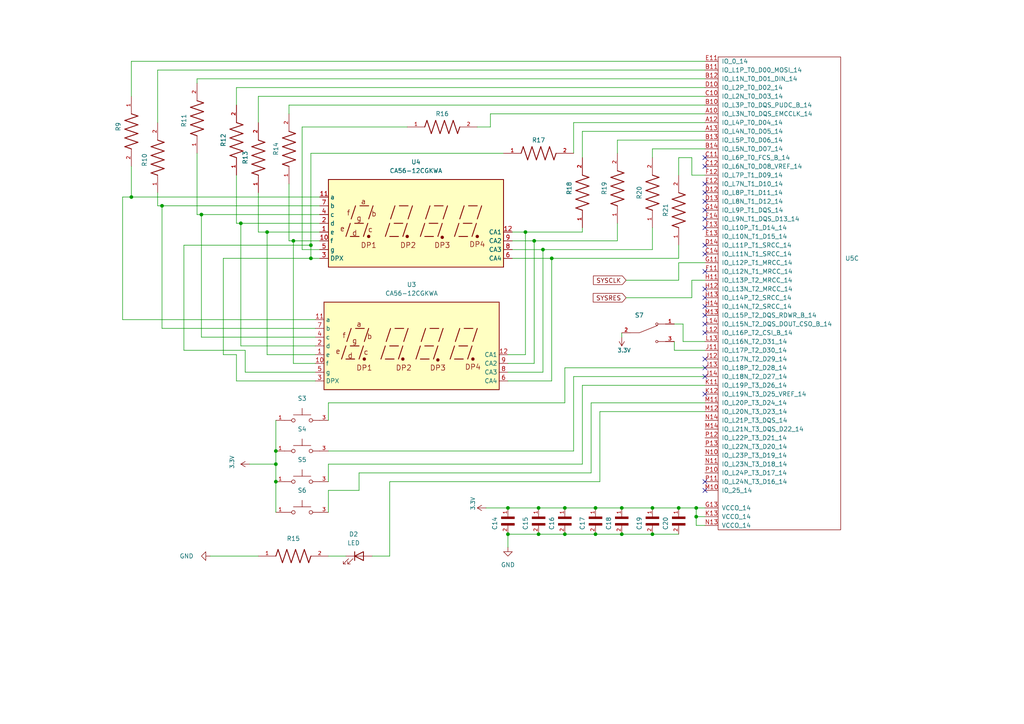
<source format=kicad_sch>
(kicad_sch (version 20211123) (generator eeschema)

  (uuid 99d787ef-b8e9-4865-b162-524cd312e977)

  (paper "A4")

  (lib_symbols
    (symbol "800AWSP9M2QE:800AWSP9M2QE" (pin_names (offset 1.016)) (in_bom yes) (on_board yes)
      (property "Reference" "S" (id 0) (at -7.62 5.08 0)
        (effects (font (size 1.27 1.27)) (justify left bottom))
      )
      (property "Value" "800AWSP9M2QE" (id 1) (at -7.62 -5.08 0)
        (effects (font (size 1.27 1.27)) (justify left bottom))
      )
      (property "Footprint" "SW_800AWSP9M2QE" (id 2) (at 0 0 0)
        (effects (font (size 1.27 1.27)) (justify bottom) hide)
      )
      (property "Datasheet" "" (id 3) (at 0 0 0)
        (effects (font (size 1.27 1.27)) hide)
      )
      (property "PARTREV" "D" (id 4) (at 0 0 0)
        (effects (font (size 1.27 1.27)) (justify bottom) hide)
      )
      (property "STANDARD" "Manufacturer Recommendations" (id 5) (at 0 0 0)
        (effects (font (size 1.27 1.27)) (justify bottom) hide)
      )
      (property "SNAPEDA_PN" "800AWSP9M2QE" (id 6) (at 0 0 0)
        (effects (font (size 1.27 1.27)) (justify bottom) hide)
      )
      (property "MAXIMUM_PACKAGE_HEIGHT" "18.85 mm" (id 7) (at 0 0 0)
        (effects (font (size 1.27 1.27)) (justify bottom) hide)
      )
      (property "MANUFACTURER" "E-Switch" (id 8) (at 0 0 0)
        (effects (font (size 1.27 1.27)) (justify bottom) hide)
      )
      (symbol "800AWSP9M2QE_0_0"
        (circle (center -2.54 0) (radius 0.508)
          (stroke (width 0.1524) (type default) (color 0 0 0 0))
          (fill (type none))
        )
        (polyline
          (pts
            (xy -5.08 0)
            (xy -3.048 0)
          )
          (stroke (width 0.1524) (type default) (color 0 0 0 0))
          (fill (type none))
        )
        (polyline
          (pts
            (xy -2.54 1.5875)
            (xy 0 1.5875)
          )
          (stroke (width 0.1524) (type default) (color 0 0 0 0))
          (fill (type none))
        )
        (polyline
          (pts
            (xy 0 1.5875)
            (xy 0 3.4925)
          )
          (stroke (width 0.1524) (type default) (color 0 0 0 0))
          (fill (type none))
        )
        (polyline
          (pts
            (xy 0 1.5875)
            (xy 2.54 1.5875)
          )
          (stroke (width 0.1524) (type default) (color 0 0 0 0))
          (fill (type none))
        )
        (polyline
          (pts
            (xy 5.08 0)
            (xy 3.048 0)
          )
          (stroke (width 0.1524) (type default) (color 0 0 0 0))
          (fill (type none))
        )
        (circle (center 2.54 0) (radius 0.508)
          (stroke (width 0.1524) (type default) (color 0 0 0 0))
          (fill (type none))
        )
        (pin passive line (at -7.62 0 0) (length 2.54)
          (name "~" (effects (font (size 1.016 1.016))))
          (number "1" (effects (font (size 1.016 1.016))))
        )
        (pin passive line (at 7.62 0 180) (length 2.54)
          (name "~" (effects (font (size 1.016 1.016))))
          (number "3" (effects (font (size 1.016 1.016))))
        )
      )
    )
    (symbol "C0603G104K5RACT250:C0603G104K5RACT250" (pin_names (offset 1.016)) (in_bom yes) (on_board yes)
      (property "Reference" "C" (id 0) (at 0 3.81 0)
        (effects (font (size 1.27 1.27)) (justify left bottom))
      )
      (property "Value" "C0603G104K5RACT250" (id 1) (at 0 -5.08 0)
        (effects (font (size 1.27 1.27)) (justify left bottom))
      )
      (property "Footprint" "CAPC1608X90" (id 2) (at 0 0 0)
        (effects (font (size 1.27 1.27)) (justify bottom) hide)
      )
      (property "Datasheet" "" (id 3) (at 0 0 0)
        (effects (font (size 1.27 1.27)) hide)
      )
      (symbol "C0603G104K5RACT250_0_0"
        (rectangle (start 0 -1.905) (end 0.635 1.905)
          (stroke (width 0.1) (type default) (color 0 0 0 0))
          (fill (type outline))
        )
        (rectangle (start 1.905 -1.905) (end 2.54 1.905)
          (stroke (width 0.1) (type default) (color 0 0 0 0))
          (fill (type outline))
        )
        (pin passive line (at 5.08 0 180) (length 2.54)
          (name "~" (effects (font (size 1.016 1.016))))
          (number "1" (effects (font (size 1.016 1.016))))
        )
        (pin passive line (at -2.54 0 0) (length 2.54)
          (name "~" (effects (font (size 1.016 1.016))))
          (number "2" (effects (font (size 1.016 1.016))))
        )
      )
    )
    (symbol "Device:LED" (pin_numbers hide) (pin_names (offset 1.016) hide) (in_bom yes) (on_board yes)
      (property "Reference" "D" (id 0) (at 0 2.54 0)
        (effects (font (size 1.27 1.27)))
      )
      (property "Value" "LED" (id 1) (at 0 -2.54 0)
        (effects (font (size 1.27 1.27)))
      )
      (property "Footprint" "" (id 2) (at 0 0 0)
        (effects (font (size 1.27 1.27)) hide)
      )
      (property "Datasheet" "~" (id 3) (at 0 0 0)
        (effects (font (size 1.27 1.27)) hide)
      )
      (property "ki_keywords" "LED diode" (id 4) (at 0 0 0)
        (effects (font (size 1.27 1.27)) hide)
      )
      (property "ki_description" "Light emitting diode" (id 5) (at 0 0 0)
        (effects (font (size 1.27 1.27)) hide)
      )
      (property "ki_fp_filters" "LED* LED_SMD:* LED_THT:*" (id 6) (at 0 0 0)
        (effects (font (size 1.27 1.27)) hide)
      )
      (symbol "LED_0_1"
        (polyline
          (pts
            (xy -1.27 -1.27)
            (xy -1.27 1.27)
          )
          (stroke (width 0.254) (type default) (color 0 0 0 0))
          (fill (type none))
        )
        (polyline
          (pts
            (xy -1.27 0)
            (xy 1.27 0)
          )
          (stroke (width 0) (type default) (color 0 0 0 0))
          (fill (type none))
        )
        (polyline
          (pts
            (xy 1.27 -1.27)
            (xy 1.27 1.27)
            (xy -1.27 0)
            (xy 1.27 -1.27)
          )
          (stroke (width 0.254) (type default) (color 0 0 0 0))
          (fill (type none))
        )
        (polyline
          (pts
            (xy -3.048 -0.762)
            (xy -4.572 -2.286)
            (xy -3.81 -2.286)
            (xy -4.572 -2.286)
            (xy -4.572 -1.524)
          )
          (stroke (width 0) (type default) (color 0 0 0 0))
          (fill (type none))
        )
        (polyline
          (pts
            (xy -1.778 -0.762)
            (xy -3.302 -2.286)
            (xy -2.54 -2.286)
            (xy -3.302 -2.286)
            (xy -3.302 -1.524)
          )
          (stroke (width 0) (type default) (color 0 0 0 0))
          (fill (type none))
        )
      )
      (symbol "LED_1_1"
        (pin passive line (at -3.81 0 0) (length 2.54)
          (name "K" (effects (font (size 1.27 1.27))))
          (number "1" (effects (font (size 1.27 1.27))))
        )
        (pin passive line (at 3.81 0 180) (length 2.54)
          (name "A" (effects (font (size 1.27 1.27))))
          (number "2" (effects (font (size 1.27 1.27))))
        )
      )
    )
    (symbol "Display_Character:CA56-12CGKWA" (in_bom yes) (on_board yes)
      (property "Reference" "U" (id 0) (at -24.13 13.97 0)
        (effects (font (size 1.27 1.27)))
      )
      (property "Value" "CA56-12CGKWA" (id 1) (at 17.78 13.97 0)
        (effects (font (size 1.27 1.27)))
      )
      (property "Footprint" "Display_7Segment:CA56-12CGKWA" (id 2) (at 0 -15.24 0)
        (effects (font (size 1.27 1.27)) hide)
      )
      (property "Datasheet" "http://www.kingbright.com/attachments/file/psearch/000/00/00/CA56-12CGKWA(Ver.9A).pdf" (id 3) (at -10.922 0.762 0)
        (effects (font (size 1.27 1.27)) hide)
      )
      (property "ki_keywords" "display LED" (id 4) (at 0 0 0)
        (effects (font (size 1.27 1.27)) hide)
      )
      (property "ki_description" "4 digit 7 segment Green LED, common anode" (id 5) (at 0 0 0)
        (effects (font (size 1.27 1.27)) hide)
      )
      (property "ki_fp_filters" "*CA56*12CGKWA*" (id 6) (at 0 0 0)
        (effects (font (size 1.27 1.27)) hide)
      )
      (symbol "CA56-12CGKWA_0_0"
        (rectangle (start -25.4 12.7) (end 25.4 -12.7)
          (stroke (width 0.254) (type default) (color 0 0 0 0))
          (fill (type background))
        )
        (polyline
          (pts
            (xy -20.32 -3.81)
            (xy -19.05 0)
          )
          (stroke (width 0.254) (type default) (color 0 0 0 0))
          (fill (type none))
        )
        (polyline
          (pts
            (xy -19.05 -3.81)
            (xy -16.51 -3.81)
          )
          (stroke (width 0.254) (type default) (color 0 0 0 0))
          (fill (type none))
        )
        (polyline
          (pts
            (xy -18.796 1.27)
            (xy -17.526 5.08)
          )
          (stroke (width 0.254) (type default) (color 0 0 0 0))
          (fill (type none))
        )
        (polyline
          (pts
            (xy -17.78 0)
            (xy -15.24 0)
          )
          (stroke (width 0.254) (type default) (color 0 0 0 0))
          (fill (type none))
        )
        (polyline
          (pts
            (xy -16.256 5.08)
            (xy -13.716 5.08)
          )
          (stroke (width 0.254) (type default) (color 0 0 0 0))
          (fill (type none))
        )
        (polyline
          (pts
            (xy -15.24 -3.81)
            (xy -13.97 0)
          )
          (stroke (width 0.254) (type default) (color 0 0 0 0))
          (fill (type none))
        )
        (polyline
          (pts
            (xy -13.716 1.27)
            (xy -12.446 5.08)
          )
          (stroke (width 0.254) (type default) (color 0 0 0 0))
          (fill (type none))
        )
        (polyline
          (pts
            (xy -8.89 -3.81)
            (xy -7.62 0)
          )
          (stroke (width 0.254) (type default) (color 0 0 0 0))
          (fill (type none))
        )
        (polyline
          (pts
            (xy -7.62 -3.81)
            (xy -5.08 -3.81)
          )
          (stroke (width 0.254) (type default) (color 0 0 0 0))
          (fill (type none))
        )
        (polyline
          (pts
            (xy -7.366 1.27)
            (xy -6.096 5.08)
          )
          (stroke (width 0.254) (type default) (color 0 0 0 0))
          (fill (type none))
        )
        (polyline
          (pts
            (xy -6.35 0)
            (xy -3.81 0)
          )
          (stroke (width 0.254) (type default) (color 0 0 0 0))
          (fill (type none))
        )
        (polyline
          (pts
            (xy -4.826 5.08)
            (xy -2.286 5.08)
          )
          (stroke (width 0.254) (type default) (color 0 0 0 0))
          (fill (type none))
        )
        (polyline
          (pts
            (xy -3.81 -3.81)
            (xy -2.54 0)
          )
          (stroke (width 0.254) (type default) (color 0 0 0 0))
          (fill (type none))
        )
        (polyline
          (pts
            (xy -2.286 1.27)
            (xy -1.016 5.08)
          )
          (stroke (width 0.254) (type default) (color 0 0 0 0))
          (fill (type none))
        )
        (polyline
          (pts
            (xy 1.27 -3.81)
            (xy 2.54 0)
          )
          (stroke (width 0.254) (type default) (color 0 0 0 0))
          (fill (type none))
        )
        (polyline
          (pts
            (xy 2.54 -3.81)
            (xy 5.08 -3.81)
          )
          (stroke (width 0.254) (type default) (color 0 0 0 0))
          (fill (type none))
        )
        (polyline
          (pts
            (xy 2.794 1.27)
            (xy 4.064 5.08)
          )
          (stroke (width 0.254) (type default) (color 0 0 0 0))
          (fill (type none))
        )
        (polyline
          (pts
            (xy 3.81 0)
            (xy 6.35 0)
          )
          (stroke (width 0.254) (type default) (color 0 0 0 0))
          (fill (type none))
        )
        (polyline
          (pts
            (xy 5.334 5.08)
            (xy 7.874 5.08)
          )
          (stroke (width 0.254) (type default) (color 0 0 0 0))
          (fill (type none))
        )
        (polyline
          (pts
            (xy 6.35 -3.81)
            (xy 7.62 0)
          )
          (stroke (width 0.254) (type default) (color 0 0 0 0))
          (fill (type none))
        )
        (polyline
          (pts
            (xy 7.874 1.27)
            (xy 9.144 5.08)
          )
          (stroke (width 0.254) (type default) (color 0 0 0 0))
          (fill (type none))
        )
        (polyline
          (pts
            (xy 11.176 -3.81)
            (xy 12.446 0)
          )
          (stroke (width 0.254) (type default) (color 0 0 0 0))
          (fill (type none))
        )
        (polyline
          (pts
            (xy 12.446 -3.81)
            (xy 14.986 -3.81)
          )
          (stroke (width 0.254) (type default) (color 0 0 0 0))
          (fill (type none))
        )
        (polyline
          (pts
            (xy 12.7 1.27)
            (xy 13.97 5.08)
          )
          (stroke (width 0.254) (type default) (color 0 0 0 0))
          (fill (type none))
        )
        (polyline
          (pts
            (xy 13.716 0)
            (xy 16.256 0)
          )
          (stroke (width 0.254) (type default) (color 0 0 0 0))
          (fill (type none))
        )
        (polyline
          (pts
            (xy 15.24 5.08)
            (xy 17.78 5.08)
          )
          (stroke (width 0.254) (type default) (color 0 0 0 0))
          (fill (type none))
        )
        (polyline
          (pts
            (xy 16.256 -3.81)
            (xy 17.526 0)
          )
          (stroke (width 0.254) (type default) (color 0 0 0 0))
          (fill (type none))
        )
        (polyline
          (pts
            (xy 17.78 1.27)
            (xy 19.05 5.08)
          )
          (stroke (width 0.254) (type default) (color 0 0 0 0))
          (fill (type none))
        )
        (text "a" (at -15.24 6.35 0)
          (effects (font (size 1.524 1.524)))
        )
        (text "b" (at -12.192 2.794 0)
          (effects (font (size 1.524 1.524)))
        )
        (text "c" (at -13.208 -1.778 0)
          (effects (font (size 1.524 1.524)))
        )
        (text "d" (at -17.78 -2.794 0)
          (effects (font (size 1.524 1.524)))
        )
        (text "DP1" (at -13.716 -6.35 0)
          (effects (font (size 1.524 1.524)))
        )
        (text "DP2" (at -2.286 -6.35 0)
          (effects (font (size 1.524 1.524)))
        )
        (text "DP3" (at 7.62 -6.35 0)
          (effects (font (size 1.524 1.524)))
        )
        (text "DP4" (at 17.78 -6.096 0)
          (effects (font (size 1.524 1.524)))
        )
        (text "e" (at -21.336 -1.524 0)
          (effects (font (size 1.524 1.524)))
        )
        (text "f" (at -19.558 3.048 0)
          (effects (font (size 1.524 1.524)))
        )
        (text "g" (at -16.51 1.524 0)
          (effects (font (size 1.524 1.524)))
        )
      )
      (symbol "CA56-12CGKWA_0_1"
        (circle (center -13.716 -3.81) (radius 0.3556)
          (stroke (width 0.254) (type default) (color 0 0 0 0))
          (fill (type outline))
        )
        (circle (center -2.54 -3.81) (radius 0.3556)
          (stroke (width 0.254) (type default) (color 0 0 0 0))
          (fill (type outline))
        )
      )
      (symbol "CA56-12CGKWA_1_0"
        (circle (center 7.62 -4.064) (radius 0.3556)
          (stroke (width 0.254) (type default) (color 0 0 0 0))
          (fill (type outline))
        )
        (circle (center 17.78 -3.81) (radius 0.3556)
          (stroke (width 0.254) (type default) (color 0 0 0 0))
          (fill (type outline))
        )
      )
      (symbol "CA56-12CGKWA_1_1"
        (pin input line (at -27.94 -2.54 0) (length 2.54)
          (name "e" (effects (font (size 1.27 1.27))))
          (number "1" (effects (font (size 1.27 1.27))))
        )
        (pin input line (at -27.94 -5.08 0) (length 2.54)
          (name "f" (effects (font (size 1.27 1.27))))
          (number "10" (effects (font (size 1.27 1.27))))
        )
        (pin input line (at -27.94 7.62 0) (length 2.54)
          (name "a" (effects (font (size 1.27 1.27))))
          (number "11" (effects (font (size 1.27 1.27))))
        )
        (pin input line (at 27.94 -2.54 180) (length 2.54)
          (name "CA1" (effects (font (size 1.27 1.27))))
          (number "12" (effects (font (size 1.27 1.27))))
        )
        (pin input line (at -27.94 0 0) (length 2.54)
          (name "d" (effects (font (size 1.27 1.27))))
          (number "2" (effects (font (size 1.27 1.27))))
        )
        (pin input line (at -27.94 -10.16 0) (length 2.54)
          (name "DPX" (effects (font (size 1.27 1.27))))
          (number "3" (effects (font (size 1.27 1.27))))
        )
        (pin input line (at -27.94 2.54 0) (length 2.54)
          (name "c" (effects (font (size 1.27 1.27))))
          (number "4" (effects (font (size 1.27 1.27))))
        )
        (pin input line (at -27.94 -7.62 0) (length 2.54)
          (name "g" (effects (font (size 1.27 1.27))))
          (number "5" (effects (font (size 1.27 1.27))))
        )
        (pin input line (at 27.94 -10.16 180) (length 2.54)
          (name "CA4" (effects (font (size 1.27 1.27))))
          (number "6" (effects (font (size 1.27 1.27))))
        )
        (pin input line (at -27.94 5.08 0) (length 2.54)
          (name "b" (effects (font (size 1.27 1.27))))
          (number "7" (effects (font (size 1.27 1.27))))
        )
        (pin input line (at 27.94 -7.62 180) (length 2.54)
          (name "CA3" (effects (font (size 1.27 1.27))))
          (number "8" (effects (font (size 1.27 1.27))))
        )
        (pin input line (at 27.94 -5.08 180) (length 2.54)
          (name "CA2" (effects (font (size 1.27 1.27))))
          (number "9" (effects (font (size 1.27 1.27))))
        )
      )
    )
    (symbol "ERJ3EKF3300V:ERJ3EKF3300V" (pin_names (offset 1.016)) (in_bom yes) (on_board yes)
      (property "Reference" "R" (id 0) (at -7.624 2.541 0)
        (effects (font (size 1.27 1.27)) (justify left bottom))
      )
      (property "Value" "ERJ3EKF3300V" (id 1) (at -7.624 -5.087 0)
        (effects (font (size 1.27 1.27)) (justify left top))
      )
      (property "Footprint" "RES_ERJ3EKF3300V" (id 2) (at 0 0 0)
        (effects (font (size 1.27 1.27)) (justify bottom) hide)
      )
      (property "Datasheet" "" (id 3) (at 0 0 0)
        (effects (font (size 1.27 1.27)) hide)
      )
      (property "PARTREV" "3/1/2020" (id 4) (at 0 0 0)
        (effects (font (size 1.27 1.27)) (justify bottom) hide)
      )
      (property "STANDARD" "Manufacturer Recommendations" (id 5) (at 0 0 0)
        (effects (font (size 1.27 1.27)) (justify bottom) hide)
      )
      (property "MAXIMUM_PACKAGE_HEIGHT" "0.45 mm" (id 6) (at 0 0 0)
        (effects (font (size 1.27 1.27)) (justify bottom) hide)
      )
      (property "MANUFACTURER" "Panasonic" (id 7) (at 0 0 0)
        (effects (font (size 1.27 1.27)) (justify bottom) hide)
      )
      (symbol "ERJ3EKF3300V_0_0"
        (polyline
          (pts
            (xy -5.08 0)
            (xy -4.445 1.905)
          )
          (stroke (width 0.254) (type default) (color 0 0 0 0))
          (fill (type none))
        )
        (polyline
          (pts
            (xy -4.445 1.905)
            (xy -3.175 -1.905)
          )
          (stroke (width 0.254) (type default) (color 0 0 0 0))
          (fill (type none))
        )
        (polyline
          (pts
            (xy -3.175 -1.905)
            (xy -1.905 1.905)
          )
          (stroke (width 0.254) (type default) (color 0 0 0 0))
          (fill (type none))
        )
        (polyline
          (pts
            (xy -1.905 1.905)
            (xy -0.635 -1.905)
          )
          (stroke (width 0.254) (type default) (color 0 0 0 0))
          (fill (type none))
        )
        (polyline
          (pts
            (xy -0.635 -1.905)
            (xy 0.635 1.905)
          )
          (stroke (width 0.254) (type default) (color 0 0 0 0))
          (fill (type none))
        )
        (polyline
          (pts
            (xy 0.635 1.905)
            (xy 1.905 -1.905)
          )
          (stroke (width 0.254) (type default) (color 0 0 0 0))
          (fill (type none))
        )
        (polyline
          (pts
            (xy 1.905 -1.905)
            (xy 3.175 1.905)
          )
          (stroke (width 0.254) (type default) (color 0 0 0 0))
          (fill (type none))
        )
        (polyline
          (pts
            (xy 3.175 1.905)
            (xy 4.445 -1.905)
          )
          (stroke (width 0.254) (type default) (color 0 0 0 0))
          (fill (type none))
        )
        (polyline
          (pts
            (xy 4.445 -1.905)
            (xy 5.08 0)
          )
          (stroke (width 0.254) (type default) (color 0 0 0 0))
          (fill (type none))
        )
        (pin passive line (at -10.16 0 0) (length 5.08)
          (name "~" (effects (font (size 1.016 1.016))))
          (number "1" (effects (font (size 1.016 1.016))))
        )
        (pin passive line (at 10.16 0 180) (length 5.08)
          (name "~" (effects (font (size 1.016 1.016))))
          (number "2" (effects (font (size 1.016 1.016))))
        )
      )
    )
    (symbol "FPGA_project_parts:XC7S50-FTGB196" (pin_names (offset 1.016)) (in_bom yes) (on_board yes)
      (property "Reference" "U" (id 0) (at -1.27 69.85 0)
        (effects (font (size 1.27 1.27)))
      )
      (property "Value" "XC7S50-FTGB196" (id 1) (at 0 -69.85 0)
        (effects (font (size 1.27 1.27)))
      )
      (property "Footprint" "Package_BGA:Xilinx_FTGB196" (id 2) (at -6.35 0 0)
        (effects (font (size 1.27 1.27)) hide)
      )
      (property "Datasheet" "" (id 3) (at -6.35 0 0)
        (effects (font (size 1.27 1.27)) hide)
      )
      (property "ki_locked" "" (id 4) (at 0 0 0)
        (effects (font (size 1.27 1.27)))
      )
      (symbol "XC7S50-FTGB196_1_1"
        (rectangle (start -7.62 31.75) (end 7.62 -31.75)
          (stroke (width 0) (type default) (color 0 0 0 0))
          (fill (type none))
        )
        (pin power_in line (at -11.43 30.48 0) (length 3.81)
          (name "GND" (effects (font (size 1.27 1.27))))
          (number "A1" (effects (font (size 1.27 1.27))))
        )
        (pin power_in line (at -11.43 22.86 0) (length 3.81)
          (name "GND" (effects (font (size 1.27 1.27))))
          (number "A11" (effects (font (size 1.27 1.27))))
        )
        (pin power_in line (at -11.43 20.32 0) (length 3.81)
          (name "GND" (effects (font (size 1.27 1.27))))
          (number "A14" (effects (font (size 1.27 1.27))))
        )
        (pin power_in line (at -11.43 27.94 0) (length 3.81)
          (name "GND" (effects (font (size 1.27 1.27))))
          (number "A6" (effects (font (size 1.27 1.27))))
        )
        (pin power_in line (at -11.43 25.4 0) (length 3.81)
          (name "GND" (effects (font (size 1.27 1.27))))
          (number "A9" (effects (font (size 1.27 1.27))))
        )
        (pin power_in line (at -11.43 17.78 0) (length 3.81)
          (name "GND" (effects (font (size 1.27 1.27))))
          (number "B4" (effects (font (size 1.27 1.27))))
        )
        (pin power_in line (at -11.43 15.24 0) (length 3.81)
          (name "GND" (effects (font (size 1.27 1.27))))
          (number "B7" (effects (font (size 1.27 1.27))))
        )
        (pin power_in line (at -11.43 12.7 0) (length 3.81)
          (name "GND" (effects (font (size 1.27 1.27))))
          (number "B9" (effects (font (size 1.27 1.27))))
        )
        (pin power_in line (at -11.43 -2.54 0) (length 3.81)
          (name "GND" (effects (font (size 1.27 1.27))))
          (number "C13" (effects (font (size 1.27 1.27))))
        )
        (pin power_in line (at -11.43 10.16 0) (length 3.81)
          (name "GND" (effects (font (size 1.27 1.27))))
          (number "C2" (effects (font (size 1.27 1.27))))
        )
        (pin power_in line (at -11.43 7.62 0) (length 3.81)
          (name "GND" (effects (font (size 1.27 1.27))))
          (number "C6" (effects (font (size 1.27 1.27))))
        )
        (pin power_in line (at -11.43 5.08 0) (length 3.81)
          (name "GND" (effects (font (size 1.27 1.27))))
          (number "C7" (effects (font (size 1.27 1.27))))
        )
        (pin power_in line (at -11.43 2.54 0) (length 3.81)
          (name "GND" (effects (font (size 1.27 1.27))))
          (number "C8" (effects (font (size 1.27 1.27))))
        )
        (pin power_in line (at -11.43 0 0) (length 3.81)
          (name "GND" (effects (font (size 1.27 1.27))))
          (number "C9" (effects (font (size 1.27 1.27))))
        )
        (pin power_in line (at -11.43 -12.7 0) (length 3.81)
          (name "GND" (effects (font (size 1.27 1.27))))
          (number "D11" (effects (font (size 1.27 1.27))))
        )
        (pin power_in line (at -11.43 -5.08 0) (length 3.81)
          (name "GND" (effects (font (size 1.27 1.27))))
          (number "D5" (effects (font (size 1.27 1.27))))
        )
        (pin power_in line (at -11.43 -7.62 0) (length 3.81)
          (name "GND" (effects (font (size 1.27 1.27))))
          (number "D7" (effects (font (size 1.27 1.27))))
        )
        (pin power_in line (at -11.43 -10.16 0) (length 3.81)
          (name "GND" (effects (font (size 1.27 1.27))))
          (number "D9" (effects (font (size 1.27 1.27))))
        )
        (pin power_in line (at -11.43 -15.24 0) (length 3.81)
          (name "GND" (effects (font (size 1.27 1.27))))
          (number "E1" (effects (font (size 1.27 1.27))))
        )
        (pin power_in line (at -11.43 -25.4 0) (length 3.81)
          (name "GND" (effects (font (size 1.27 1.27))))
          (number "E10" (effects (font (size 1.27 1.27))))
        )
        (pin power_in line (at -11.43 -27.94 0) (length 3.81)
          (name "GND" (effects (font (size 1.27 1.27))))
          (number "E14" (effects (font (size 1.27 1.27))))
        )
        (pin power_in line (at -11.43 -17.78 0) (length 3.81)
          (name "GND" (effects (font (size 1.27 1.27))))
          (number "E3" (effects (font (size 1.27 1.27))))
        )
        (pin power_in line (at -11.43 -20.32 0) (length 3.81)
          (name "GND" (effects (font (size 1.27 1.27))))
          (number "E6" (effects (font (size 1.27 1.27))))
        )
        (pin power_in line (at -11.43 -22.86 0) (length 3.81)
          (name "GND" (effects (font (size 1.27 1.27))))
          (number "E8" (effects (font (size 1.27 1.27))))
        )
        (pin power_in line (at 11.43 20.32 180) (length 3.81)
          (name "GND" (effects (font (size 1.27 1.27))))
          (number "F5" (effects (font (size 1.27 1.27))))
        )
        (pin power_in line (at 11.43 22.86 180) (length 3.81)
          (name "GND" (effects (font (size 1.27 1.27))))
          (number "F9" (effects (font (size 1.27 1.27))))
        )
        (pin power_in line (at 11.43 30.48 180) (length 3.81)
          (name "GND" (effects (font (size 1.27 1.27))))
          (number "G10" (effects (font (size 1.27 1.27))))
        )
        (pin power_in line (at -11.43 -30.48 0) (length 3.81)
          (name "GND" (effects (font (size 1.27 1.27))))
          (number "G12" (effects (font (size 1.27 1.27))))
        )
        (pin power_in line (at 11.43 25.4 180) (length 3.81)
          (name "GND" (effects (font (size 1.27 1.27))))
          (number "G3" (effects (font (size 1.27 1.27))))
        )
        (pin power_in line (at 11.43 27.94 180) (length 3.81)
          (name "GND" (effects (font (size 1.27 1.27))))
          (number "G6" (effects (font (size 1.27 1.27))))
        )
        (pin power_in line (at 11.43 0 180) (length 3.81)
          (name "GND" (effects (font (size 1.27 1.27))))
          (number "H5" (effects (font (size 1.27 1.27))))
        )
        (pin power_in line (at 11.43 2.54 180) (length 3.81)
          (name "GND" (effects (font (size 1.27 1.27))))
          (number "H9" (effects (font (size 1.27 1.27))))
        )
        (pin power_in line (at 11.43 7.62 180) (length 3.81)
          (name "GND" (effects (font (size 1.27 1.27))))
          (number "J10" (effects (font (size 1.27 1.27))))
        )
        (pin power_in line (at 11.43 5.08 180) (length 3.81)
          (name "GND" (effects (font (size 1.27 1.27))))
          (number "J6" (effects (font (size 1.27 1.27))))
        )
        (pin power_in line (at 11.43 10.16 180) (length 3.81)
          (name "GND" (effects (font (size 1.27 1.27))))
          (number "K1" (effects (font (size 1.27 1.27))))
        )
        (pin power_in line (at 11.43 -2.54 180) (length 3.81)
          (name "GND" (effects (font (size 1.27 1.27))))
          (number "K14" (effects (font (size 1.27 1.27))))
        )
        (pin power_in line (at 11.43 12.7 180) (length 3.81)
          (name "GND" (effects (font (size 1.27 1.27))))
          (number "K5" (effects (font (size 1.27 1.27))))
        )
        (pin power_in line (at 11.43 15.24 180) (length 3.81)
          (name "GND" (effects (font (size 1.27 1.27))))
          (number "K7" (effects (font (size 1.27 1.27))))
        )
        (pin power_in line (at 11.43 17.78 180) (length 3.81)
          (name "GND" (effects (font (size 1.27 1.27))))
          (number "K9" (effects (font (size 1.27 1.27))))
        )
        (pin power_in line (at 11.43 -12.7 180) (length 3.81)
          (name "GND" (effects (font (size 1.27 1.27))))
          (number "L10" (effects (font (size 1.27 1.27))))
        )
        (pin power_in line (at 11.43 -15.24 180) (length 3.81)
          (name "GND" (effects (font (size 1.27 1.27))))
          (number "L11" (effects (font (size 1.27 1.27))))
        )
        (pin power_in line (at 11.43 -5.08 180) (length 3.81)
          (name "GND" (effects (font (size 1.27 1.27))))
          (number "L4" (effects (font (size 1.27 1.27))))
        )
        (pin power_in line (at 11.43 -7.62 180) (length 3.81)
          (name "GND" (effects (font (size 1.27 1.27))))
          (number "L6" (effects (font (size 1.27 1.27))))
        )
        (pin power_in line (at 11.43 -10.16 180) (length 3.81)
          (name "GND" (effects (font (size 1.27 1.27))))
          (number "L8" (effects (font (size 1.27 1.27))))
        )
        (pin power_in line (at 11.43 -25.4 180) (length 3.81)
          (name "GND" (effects (font (size 1.27 1.27))))
          (number "N12" (effects (font (size 1.27 1.27))))
        )
        (pin power_in line (at 11.43 -17.78 180) (length 3.81)
          (name "GND" (effects (font (size 1.27 1.27))))
          (number "N3" (effects (font (size 1.27 1.27))))
        )
        (pin power_in line (at 11.43 -20.32 180) (length 3.81)
          (name "GND" (effects (font (size 1.27 1.27))))
          (number "N5" (effects (font (size 1.27 1.27))))
        )
        (pin power_in line (at 11.43 -22.86 180) (length 3.81)
          (name "GND" (effects (font (size 1.27 1.27))))
          (number "N9" (effects (font (size 1.27 1.27))))
        )
        (pin power_in line (at 11.43 -27.94 180) (length 3.81)
          (name "GND" (effects (font (size 1.27 1.27))))
          (number "P1" (effects (font (size 1.27 1.27))))
        )
        (pin power_in line (at 11.43 -30.48 180) (length 3.81)
          (name "GND" (effects (font (size 1.27 1.27))))
          (number "P14" (effects (font (size 1.27 1.27))))
        )
      )
      (symbol "XC7S50-FTGB196_2_1"
        (rectangle (start 10.16 12.7) (end -11.43 -12.7)
          (stroke (width 0) (type default) (color 0 0 0 0))
          (fill (type none))
        )
        (pin power_in line (at 13.97 11.43 180) (length 3.81)
          (name "VCCINT" (effects (font (size 1.27 1.27))))
          (number "D6" (effects (font (size 1.27 1.27))))
        )
        (pin power_in line (at 13.97 8.89 180) (length 3.81)
          (name "VCCINT" (effects (font (size 1.27 1.27))))
          (number "D8" (effects (font (size 1.27 1.27))))
        )
        (pin power_in line (at -15.24 -6.35 0) (length 3.81)
          (name "VCCBRAM" (effects (font (size 1.27 1.27))))
          (number "E5" (effects (font (size 1.27 1.27))))
        )
        (pin power_in line (at 13.97 6.35 180) (length 3.81)
          (name "VCCINT" (effects (font (size 1.27 1.27))))
          (number "E7" (effects (font (size 1.27 1.27))))
        )
        (pin power_in line (at 13.97 3.81 180) (length 3.81)
          (name "VCCINT" (effects (font (size 1.27 1.27))))
          (number "E9" (effects (font (size 1.27 1.27))))
        )
        (pin power_in line (at -15.24 11.43 0) (length 3.81)
          (name "VCCAUX" (effects (font (size 1.27 1.27))))
          (number "F10" (effects (font (size 1.27 1.27))))
        )
        (pin power_in line (at 13.97 1.27 180) (length 3.81)
          (name "VCCINT" (effects (font (size 1.27 1.27))))
          (number "F6" (effects (font (size 1.27 1.27))))
        )
        (pin power_in line (at -15.24 -8.89 0) (length 3.81)
          (name "VCCBRAM" (effects (font (size 1.27 1.27))))
          (number "G5" (effects (font (size 1.27 1.27))))
        )
        (pin power_in line (at 13.97 -1.27 180) (length 3.81)
          (name "VCCINT" (effects (font (size 1.27 1.27))))
          (number "G9" (effects (font (size 1.27 1.27))))
        )
        (pin power_in line (at -15.24 8.89 0) (length 3.81)
          (name "VCCAUX" (effects (font (size 1.27 1.27))))
          (number "H10" (effects (font (size 1.27 1.27))))
        )
        (pin power_in line (at 13.97 -3.81 180) (length 3.81)
          (name "VCCINT" (effects (font (size 1.27 1.27))))
          (number "H6" (effects (font (size 1.27 1.27))))
        )
        (pin power_in line (at -15.24 -11.43 0) (length 3.81)
          (name "VCCBRAM" (effects (font (size 1.27 1.27))))
          (number "J5" (effects (font (size 1.27 1.27))))
        )
        (pin power_in line (at 13.97 -6.35 180) (length 3.81)
          (name "VCCINT" (effects (font (size 1.27 1.27))))
          (number "J9" (effects (font (size 1.27 1.27))))
        )
        (pin power_in line (at -15.24 6.35 0) (length 3.81)
          (name "VCCAUX" (effects (font (size 1.27 1.27))))
          (number "K10" (effects (font (size 1.27 1.27))))
        )
        (pin power_in line (at 13.97 -8.89 180) (length 3.81)
          (name "VCCINT" (effects (font (size 1.27 1.27))))
          (number "K6" (effects (font (size 1.27 1.27))))
        )
        (pin power_in line (at 13.97 -11.43 180) (length 3.81)
          (name "VCCINT" (effects (font (size 1.27 1.27))))
          (number "K8" (effects (font (size 1.27 1.27))))
        )
        (pin power_in line (at -15.24 3.81 0) (length 3.81)
          (name "VCCAUX" (effects (font (size 1.27 1.27))))
          (number "L9" (effects (font (size 1.27 1.27))))
        )
      )
      (symbol "XC7S50-FTGB196_3_1"
        (rectangle (start -17.78 68.58) (end 17.78 -68.58)
          (stroke (width 0) (type default) (color 0 0 0 0))
          (fill (type none))
        )
        (pin bidirectional line (at -21.59 52.07 0) (length 3.81)
          (name "IO_L3N_T0_DQS_EMCCLK_14" (effects (font (size 1.27 1.27))))
          (number "A10" (effects (font (size 1.27 1.27))))
        )
        (pin bidirectional line (at -21.59 49.53 0) (length 3.81)
          (name "IO_L4P_T0_D04_14" (effects (font (size 1.27 1.27))))
          (number "A12" (effects (font (size 1.27 1.27))))
        )
        (pin bidirectional line (at -21.59 46.99 0) (length 3.81)
          (name "IO_L4N_T0_D05_14" (effects (font (size 1.27 1.27))))
          (number "A13" (effects (font (size 1.27 1.27))))
        )
        (pin bidirectional line (at -21.59 54.61 0) (length 3.81)
          (name "IO_L3P_T0_DQS_PUDC_B_14" (effects (font (size 1.27 1.27))))
          (number "B10" (effects (font (size 1.27 1.27))))
        )
        (pin bidirectional line (at -21.59 64.77 0) (length 3.81)
          (name "IO_L1P_T0_D00_MOSI_14" (effects (font (size 1.27 1.27))))
          (number "B11" (effects (font (size 1.27 1.27))))
        )
        (pin bidirectional line (at -21.59 62.23 0) (length 3.81)
          (name "IO_L1N_T0_D01_DIN_14" (effects (font (size 1.27 1.27))))
          (number "B12" (effects (font (size 1.27 1.27))))
        )
        (pin bidirectional line (at -21.59 44.45 0) (length 3.81)
          (name "IO_L5P_T0_D06_14" (effects (font (size 1.27 1.27))))
          (number "B13" (effects (font (size 1.27 1.27))))
        )
        (pin bidirectional line (at -21.59 41.91 0) (length 3.81)
          (name "IO_L5N_T0_D07_14" (effects (font (size 1.27 1.27))))
          (number "B14" (effects (font (size 1.27 1.27))))
        )
        (pin bidirectional line (at -21.59 57.15 0) (length 3.81)
          (name "IO_L2N_T0_D03_14" (effects (font (size 1.27 1.27))))
          (number "C10" (effects (font (size 1.27 1.27))))
        )
        (pin bidirectional line (at -21.59 39.37 0) (length 3.81)
          (name "IO_L6P_T0_FCS_B_14" (effects (font (size 1.27 1.27))))
          (number "C11" (effects (font (size 1.27 1.27))))
        )
        (pin bidirectional line (at -21.59 36.83 0) (length 3.81)
          (name "IO_L6N_T0_D08_VREF_14" (effects (font (size 1.27 1.27))))
          (number "C12" (effects (font (size 1.27 1.27))))
        )
        (pin bidirectional line (at -21.59 11.43 0) (length 3.81)
          (name "IO_L11N_T1_SRCC_14" (effects (font (size 1.27 1.27))))
          (number "C14" (effects (font (size 1.27 1.27))))
        )
        (pin bidirectional line (at -21.59 59.69 0) (length 3.81)
          (name "IO_L2P_T0_D02_14" (effects (font (size 1.27 1.27))))
          (number "D10" (effects (font (size 1.27 1.27))))
        )
        (pin bidirectional line (at -21.59 29.21 0) (length 3.81)
          (name "IO_L8P_T1_D11_14" (effects (font (size 1.27 1.27))))
          (number "D12" (effects (font (size 1.27 1.27))))
        )
        (pin bidirectional line (at -21.59 26.67 0) (length 3.81)
          (name "IO_L8N_T1_D12_14" (effects (font (size 1.27 1.27))))
          (number "D13" (effects (font (size 1.27 1.27))))
        )
        (pin bidirectional line (at -21.59 13.97 0) (length 3.81)
          (name "IO_L11P_T1_SRCC_14" (effects (font (size 1.27 1.27))))
          (number "D14" (effects (font (size 1.27 1.27))))
        )
        (pin bidirectional line (at -21.59 67.31 0) (length 3.81)
          (name "IO_0_14" (effects (font (size 1.27 1.27))))
          (number "E11" (effects (font (size 1.27 1.27))))
        )
        (pin bidirectional line (at -21.59 31.75 0) (length 3.81)
          (name "IO_L7N_T1_D10_14" (effects (font (size 1.27 1.27))))
          (number "E12" (effects (font (size 1.27 1.27))))
        )
        (pin bidirectional line (at -21.59 16.51 0) (length 3.81)
          (name "IO_L10N_T1_D15_14" (effects (font (size 1.27 1.27))))
          (number "E13" (effects (font (size 1.27 1.27))))
        )
        (pin bidirectional line (at -21.59 6.35 0) (length 3.81)
          (name "IO_L12N_T1_MRCC_14" (effects (font (size 1.27 1.27))))
          (number "F11" (effects (font (size 1.27 1.27))))
        )
        (pin bidirectional line (at -21.59 34.29 0) (length 3.81)
          (name "IO_L7P_T1_D09_14" (effects (font (size 1.27 1.27))))
          (number "F12" (effects (font (size 1.27 1.27))))
        )
        (pin bidirectional line (at -21.59 19.05 0) (length 3.81)
          (name "IO_L10P_T1_D14_14" (effects (font (size 1.27 1.27))))
          (number "F13" (effects (font (size 1.27 1.27))))
        )
        (pin bidirectional line (at -21.59 21.59 0) (length 3.81)
          (name "IO_L9N_T1_DQS_D13_14" (effects (font (size 1.27 1.27))))
          (number "F14" (effects (font (size 1.27 1.27))))
        )
        (pin bidirectional line (at -21.59 8.89 0) (length 3.81)
          (name "IO_L12P_T1_MRCC_14" (effects (font (size 1.27 1.27))))
          (number "G11" (effects (font (size 1.27 1.27))))
        )
        (pin power_in line (at -21.59 -62.23 0) (length 3.81)
          (name "VCCO_14" (effects (font (size 1.27 1.27))))
          (number "G13" (effects (font (size 1.27 1.27))))
        )
        (pin bidirectional line (at -21.59 24.13 0) (length 3.81)
          (name "IO_L9P_T1_DQS_14" (effects (font (size 1.27 1.27))))
          (number "G14" (effects (font (size 1.27 1.27))))
        )
        (pin bidirectional line (at -21.59 3.81 0) (length 3.81)
          (name "IO_L13P_T2_MRCC_14" (effects (font (size 1.27 1.27))))
          (number "H11" (effects (font (size 1.27 1.27))))
        )
        (pin bidirectional line (at -21.59 1.27 0) (length 3.81)
          (name "IO_L13N_T2_MRCC_14" (effects (font (size 1.27 1.27))))
          (number "H12" (effects (font (size 1.27 1.27))))
        )
        (pin bidirectional line (at -21.59 -1.27 0) (length 3.81)
          (name "IO_L14P_T2_SRCC_14" (effects (font (size 1.27 1.27))))
          (number "H13" (effects (font (size 1.27 1.27))))
        )
        (pin bidirectional line (at -21.59 -3.81 0) (length 3.81)
          (name "IO_L14N_T2_SRCC_14" (effects (font (size 1.27 1.27))))
          (number "H14" (effects (font (size 1.27 1.27))))
        )
        (pin bidirectional line (at -21.59 -16.51 0) (length 3.81)
          (name "IO_L17P_T2_D30_14" (effects (font (size 1.27 1.27))))
          (number "J11" (effects (font (size 1.27 1.27))))
        )
        (pin bidirectional line (at -21.59 -19.05 0) (length 3.81)
          (name "IO_L17N_T2_D29_14" (effects (font (size 1.27 1.27))))
          (number "J12" (effects (font (size 1.27 1.27))))
        )
        (pin bidirectional line (at -21.59 -21.59 0) (length 3.81)
          (name "IO_L18P_T2_D28_14" (effects (font (size 1.27 1.27))))
          (number "J13" (effects (font (size 1.27 1.27))))
        )
        (pin bidirectional line (at -21.59 -24.13 0) (length 3.81)
          (name "IO_L18N_T2_D27_14" (effects (font (size 1.27 1.27))))
          (number "J14" (effects (font (size 1.27 1.27))))
        )
        (pin bidirectional line (at -21.59 -26.67 0) (length 3.81)
          (name "IO_L19P_T3_D26_14" (effects (font (size 1.27 1.27))))
          (number "K11" (effects (font (size 1.27 1.27))))
        )
        (pin bidirectional line (at -21.59 -29.21 0) (length 3.81)
          (name "IO_L19N_T3_D25_VREF_14" (effects (font (size 1.27 1.27))))
          (number "K12" (effects (font (size 1.27 1.27))))
        )
        (pin power_in line (at -21.59 -64.77 0) (length 3.81)
          (name "VCCO_14" (effects (font (size 1.27 1.27))))
          (number "K13" (effects (font (size 1.27 1.27))))
        )
        (pin bidirectional line (at -21.59 -11.43 0) (length 3.81)
          (name "IO_L16P_T2_CSI_B_14" (effects (font (size 1.27 1.27))))
          (number "L12" (effects (font (size 1.27 1.27))))
        )
        (pin bidirectional line (at -21.59 -13.97 0) (length 3.81)
          (name "IO_L16N_T2_D31_14" (effects (font (size 1.27 1.27))))
          (number "L13" (effects (font (size 1.27 1.27))))
        )
        (pin bidirectional line (at -21.59 -8.89 0) (length 3.81)
          (name "IO_L15N_T2_DQS_DOUT_CSO_B_14" (effects (font (size 1.27 1.27))))
          (number "L14" (effects (font (size 1.27 1.27))))
        )
        (pin bidirectional line (at -21.59 -57.15 0) (length 3.81)
          (name "IO_25_14" (effects (font (size 1.27 1.27))))
          (number "M10" (effects (font (size 1.27 1.27))))
        )
        (pin bidirectional line (at -21.59 -31.75 0) (length 3.81)
          (name "IO_L20P_T3_D24_14" (effects (font (size 1.27 1.27))))
          (number "M11" (effects (font (size 1.27 1.27))))
        )
        (pin bidirectional line (at -21.59 -34.29 0) (length 3.81)
          (name "IO_L20N_T3_D23_14" (effects (font (size 1.27 1.27))))
          (number "M12" (effects (font (size 1.27 1.27))))
        )
        (pin bidirectional line (at -21.59 -6.35 0) (length 3.81)
          (name "IO_L15P_T2_DQS_RDWR_B_14" (effects (font (size 1.27 1.27))))
          (number "M13" (effects (font (size 1.27 1.27))))
        )
        (pin bidirectional line (at -21.59 -39.37 0) (length 3.81)
          (name "IO_L21N_T3_DQS_D22_14" (effects (font (size 1.27 1.27))))
          (number "M14" (effects (font (size 1.27 1.27))))
        )
        (pin bidirectional line (at -21.59 -46.99 0) (length 3.81)
          (name "IO_L23P_T3_D19_14" (effects (font (size 1.27 1.27))))
          (number "N10" (effects (font (size 1.27 1.27))))
        )
        (pin bidirectional line (at -21.59 -49.53 0) (length 3.81)
          (name "IO_L23N_T3_D18_14" (effects (font (size 1.27 1.27))))
          (number "N11" (effects (font (size 1.27 1.27))))
        )
        (pin power_in line (at -21.59 -67.31 0) (length 3.81)
          (name "VCCO_14" (effects (font (size 1.27 1.27))))
          (number "N13" (effects (font (size 1.27 1.27))))
        )
        (pin bidirectional line (at -21.59 -36.83 0) (length 3.81)
          (name "IO_L21P_T3_DQS_14" (effects (font (size 1.27 1.27))))
          (number "N14" (effects (font (size 1.27 1.27))))
        )
        (pin bidirectional line (at -21.59 -52.07 0) (length 3.81)
          (name "IO_L24P_T3_D17_14" (effects (font (size 1.27 1.27))))
          (number "P10" (effects (font (size 1.27 1.27))))
        )
        (pin bidirectional line (at -21.59 -54.61 0) (length 3.81)
          (name "IO_L24N_T3_D16_14" (effects (font (size 1.27 1.27))))
          (number "P11" (effects (font (size 1.27 1.27))))
        )
        (pin bidirectional line (at -21.59 -41.91 0) (length 3.81)
          (name "IO_L22P_T3_D21_14" (effects (font (size 1.27 1.27))))
          (number "P12" (effects (font (size 1.27 1.27))))
        )
        (pin bidirectional line (at -21.59 -44.45 0) (length 3.81)
          (name "IO_L22N_T3_D20_14" (effects (font (size 1.27 1.27))))
          (number "P13" (effects (font (size 1.27 1.27))))
        )
      )
      (symbol "XC7S50-FTGB196_4_1"
        (rectangle (start -17.78 68.58) (end 17.78 -68.58)
          (stroke (width 0) (type default) (color 0 0 0 0))
          (fill (type none))
        )
        (pin bidirectional line (at -21.59 52.07 0) (length 3.81)
          (name "IO_L3N_T0_DQS_34" (effects (font (size 1.27 1.27))))
          (number "A2" (effects (font (size 1.27 1.27))))
        )
        (pin bidirectional line (at -21.59 57.15 0) (length 3.81)
          (name "IO_L2N_T0_34" (effects (font (size 1.27 1.27))))
          (number "A3" (effects (font (size 1.27 1.27))))
        )
        (pin bidirectional line (at -21.59 59.69 0) (length 3.81)
          (name "IO_L2P_T0_34" (effects (font (size 1.27 1.27))))
          (number "A4" (effects (font (size 1.27 1.27))))
        )
        (pin bidirectional line (at -21.59 46.99 0) (length 3.81)
          (name "IO_L4N_T0_34" (effects (font (size 1.27 1.27))))
          (number "A5" (effects (font (size 1.27 1.27))))
        )
        (pin bidirectional line (at -21.59 41.91 0) (length 3.81)
          (name "IO_L5N_T0_34" (effects (font (size 1.27 1.27))))
          (number "B1" (effects (font (size 1.27 1.27))))
        )
        (pin bidirectional line (at -21.59 44.45 0) (length 3.81)
          (name "IO_L5P_T0_34" (effects (font (size 1.27 1.27))))
          (number "B2" (effects (font (size 1.27 1.27))))
        )
        (pin bidirectional line (at -21.59 54.61 0) (length 3.81)
          (name "IO_L3P_T0_DQS_34" (effects (font (size 1.27 1.27))))
          (number "B3" (effects (font (size 1.27 1.27))))
        )
        (pin bidirectional line (at -21.59 49.53 0) (length 3.81)
          (name "IO_L4P_T0_34" (effects (font (size 1.27 1.27))))
          (number "B5" (effects (font (size 1.27 1.27))))
        )
        (pin bidirectional line (at -21.59 67.31 0) (length 3.81)
          (name "IO_0_34" (effects (font (size 1.27 1.27))))
          (number "B6" (effects (font (size 1.27 1.27))))
        )
        (pin bidirectional line (at -21.59 11.43 0) (length 3.81)
          (name "IO_L11N_T1_SRCC_34" (effects (font (size 1.27 1.27))))
          (number "C1" (effects (font (size 1.27 1.27))))
        )
        (pin bidirectional line (at -21.59 62.23 0) (length 3.81)
          (name "IO_L1N_T0_34" (effects (font (size 1.27 1.27))))
          (number "C3" (effects (font (size 1.27 1.27))))
        )
        (pin bidirectional line (at -21.59 36.83 0) (length 3.81)
          (name "IO_L6N_T0_VREF_34" (effects (font (size 1.27 1.27))))
          (number "C4" (effects (font (size 1.27 1.27))))
        )
        (pin bidirectional line (at -21.59 39.37 0) (length 3.81)
          (name "IO_L6P_T0_34" (effects (font (size 1.27 1.27))))
          (number "C5" (effects (font (size 1.27 1.27))))
        )
        (pin bidirectional line (at -21.59 13.97 0) (length 3.81)
          (name "IO_L11P_T1_SRCC_34" (effects (font (size 1.27 1.27))))
          (number "D1" (effects (font (size 1.27 1.27))))
        )
        (pin bidirectional line (at -21.59 16.51 0) (length 3.81)
          (name "IO_L10N_T1_34" (effects (font (size 1.27 1.27))))
          (number "D2" (effects (font (size 1.27 1.27))))
        )
        (pin bidirectional line (at -21.59 64.77 0) (length 3.81)
          (name "IO_L1P_T0_34" (effects (font (size 1.27 1.27))))
          (number "D3" (effects (font (size 1.27 1.27))))
        )
        (pin bidirectional line (at -21.59 31.75 0) (length 3.81)
          (name "IO_L7N_T1_34" (effects (font (size 1.27 1.27))))
          (number "D4" (effects (font (size 1.27 1.27))))
        )
        (pin bidirectional line (at -21.59 19.05 0) (length 3.81)
          (name "IO_L10P_T1_34" (effects (font (size 1.27 1.27))))
          (number "E2" (effects (font (size 1.27 1.27))))
        )
        (pin bidirectional line (at -21.59 34.29 0) (length 3.81)
          (name "IO_L7P_T1_34" (effects (font (size 1.27 1.27))))
          (number "E4" (effects (font (size 1.27 1.27))))
        )
        (pin bidirectional line (at -21.59 21.59 0) (length 3.81)
          (name "IO_L9N_T1_DQS_34" (effects (font (size 1.27 1.27))))
          (number "F1" (effects (font (size 1.27 1.27))))
        )
        (pin bidirectional line (at -21.59 26.67 0) (length 3.81)
          (name "IO_L8N_T1_34" (effects (font (size 1.27 1.27))))
          (number "F2" (effects (font (size 1.27 1.27))))
        )
        (pin bidirectional line (at -21.59 29.21 0) (length 3.81)
          (name "IO_L8P_T1_34" (effects (font (size 1.27 1.27))))
          (number "F3" (effects (font (size 1.27 1.27))))
        )
        (pin bidirectional line (at -21.59 6.35 0) (length 3.81)
          (name "IO_L12N_T1_MRCC_34" (effects (font (size 1.27 1.27))))
          (number "F4" (effects (font (size 1.27 1.27))))
        )
        (pin bidirectional line (at -21.59 24.13 0) (length 3.81)
          (name "IO_L9P_T1_DQS_34" (effects (font (size 1.27 1.27))))
          (number "G1" (effects (font (size 1.27 1.27))))
        )
        (pin power_in line (at -21.59 -62.23 0) (length 3.81)
          (name "VCCO_34" (effects (font (size 1.27 1.27))))
          (number "G2" (effects (font (size 1.27 1.27))))
        )
        (pin bidirectional line (at -21.59 8.89 0) (length 3.81)
          (name "IO_L12P_T1_MRCC_34" (effects (font (size 1.27 1.27))))
          (number "G4" (effects (font (size 1.27 1.27))))
        )
        (pin bidirectional line (at -21.59 -3.81 0) (length 3.81)
          (name "IO_L14N_T2_SRCC_34" (effects (font (size 1.27 1.27))))
          (number "H1" (effects (font (size 1.27 1.27))))
        )
        (pin bidirectional line (at -21.59 -1.27 0) (length 3.81)
          (name "IO_L14P_T2_SRCC_34" (effects (font (size 1.27 1.27))))
          (number "H2" (effects (font (size 1.27 1.27))))
        )
        (pin bidirectional line (at -21.59 1.27 0) (length 3.81)
          (name "IO_L13N_T2_MRCC_34" (effects (font (size 1.27 1.27))))
          (number "H3" (effects (font (size 1.27 1.27))))
        )
        (pin bidirectional line (at -21.59 3.81 0) (length 3.81)
          (name "IO_L13P_T2_MRCC_34" (effects (font (size 1.27 1.27))))
          (number "H4" (effects (font (size 1.27 1.27))))
        )
        (pin bidirectional line (at -21.59 -8.89 0) (length 3.81)
          (name "IO_L15N_T2_DQS_34" (effects (font (size 1.27 1.27))))
          (number "J1" (effects (font (size 1.27 1.27))))
        )
        (pin bidirectional line (at -21.59 -6.35 0) (length 3.81)
          (name "IO_L15P_T2_DQS_34" (effects (font (size 1.27 1.27))))
          (number "J2" (effects (font (size 1.27 1.27))))
        )
        (pin bidirectional line (at -21.59 -19.05 0) (length 3.81)
          (name "IO_L17N_T2_34" (effects (font (size 1.27 1.27))))
          (number "J3" (effects (font (size 1.27 1.27))))
        )
        (pin bidirectional line (at -21.59 -16.51 0) (length 3.81)
          (name "IO_L17P_T2_34" (effects (font (size 1.27 1.27))))
          (number "J4" (effects (font (size 1.27 1.27))))
        )
        (pin power_in line (at -21.59 -64.77 0) (length 3.81)
          (name "VCCO_34" (effects (font (size 1.27 1.27))))
          (number "K2" (effects (font (size 1.27 1.27))))
        )
        (pin bidirectional line (at -21.59 -13.97 0) (length 3.81)
          (name "IO_L16N_T2_34" (effects (font (size 1.27 1.27))))
          (number "K3" (effects (font (size 1.27 1.27))))
        )
        (pin bidirectional line (at -21.59 -11.43 0) (length 3.81)
          (name "IO_L16P_T2_34" (effects (font (size 1.27 1.27))))
          (number "K4" (effects (font (size 1.27 1.27))))
        )
        (pin bidirectional line (at -21.59 -24.13 0) (length 3.81)
          (name "IO_L18N_T2_34" (effects (font (size 1.27 1.27))))
          (number "L1" (effects (font (size 1.27 1.27))))
        )
        (pin bidirectional line (at -21.59 -44.45 0) (length 3.81)
          (name "IO_L22N_T3_34" (effects (font (size 1.27 1.27))))
          (number "L2" (effects (font (size 1.27 1.27))))
        )
        (pin bidirectional line (at -21.59 -41.91 0) (length 3.81)
          (name "IO_L22P_T3_34" (effects (font (size 1.27 1.27))))
          (number "L3" (effects (font (size 1.27 1.27))))
        )
        (pin bidirectional line (at -21.59 -57.15 0) (length 3.81)
          (name "IO_25_34" (effects (font (size 1.27 1.27))))
          (number "L5" (effects (font (size 1.27 1.27))))
        )
        (pin bidirectional line (at -21.59 -21.59 0) (length 3.81)
          (name "IO_L18P_T2_34" (effects (font (size 1.27 1.27))))
          (number "M1" (effects (font (size 1.27 1.27))))
        )
        (pin bidirectional line (at -21.59 -29.21 0) (length 3.81)
          (name "IO_L19N_T3_VREF_34" (effects (font (size 1.27 1.27))))
          (number "M2" (effects (font (size 1.27 1.27))))
        )
        (pin bidirectional line (at -21.59 -26.67 0) (length 3.81)
          (name "IO_L19P_T3_34" (effects (font (size 1.27 1.27))))
          (number "M3" (effects (font (size 1.27 1.27))))
        )
        (pin bidirectional line (at -21.59 -49.53 0) (length 3.81)
          (name "IO_L23N_T3_34" (effects (font (size 1.27 1.27))))
          (number "M4" (effects (font (size 1.27 1.27))))
        )
        (pin bidirectional line (at -21.59 -46.99 0) (length 3.81)
          (name "IO_L23P_T3_34" (effects (font (size 1.27 1.27))))
          (number "M5" (effects (font (size 1.27 1.27))))
        )
        (pin bidirectional line (at -21.59 -34.29 0) (length 3.81)
          (name "IO_L20N_T3_34" (effects (font (size 1.27 1.27))))
          (number "N1" (effects (font (size 1.27 1.27))))
        )
        (pin power_in line (at -21.59 -67.31 0) (length 3.81)
          (name "VCCO_34" (effects (font (size 1.27 1.27))))
          (number "N2" (effects (font (size 1.27 1.27))))
        )
        (pin bidirectional line (at -21.59 -54.61 0) (length 3.81)
          (name "IO_L24N_T3_34" (effects (font (size 1.27 1.27))))
          (number "N4" (effects (font (size 1.27 1.27))))
        )
        (pin bidirectional line (at -21.59 -31.75 0) (length 3.81)
          (name "IO_L20P_T3_34" (effects (font (size 1.27 1.27))))
          (number "P2" (effects (font (size 1.27 1.27))))
        )
        (pin bidirectional line (at -21.59 -39.37 0) (length 3.81)
          (name "IO_L21N_T3_DQS_34" (effects (font (size 1.27 1.27))))
          (number "P3" (effects (font (size 1.27 1.27))))
        )
        (pin bidirectional line (at -21.59 -36.83 0) (length 3.81)
          (name "IO_L21P_T3_DQS_34" (effects (font (size 1.27 1.27))))
          (number "P4" (effects (font (size 1.27 1.27))))
        )
        (pin bidirectional line (at -21.59 -52.07 0) (length 3.81)
          (name "IO_L24P_T3_34" (effects (font (size 1.27 1.27))))
          (number "P5" (effects (font (size 1.27 1.27))))
        )
      )
      (symbol "XC7S50-FTGB196_5_1"
        (rectangle (start -7.62 41.91) (end 7.62 -41.91)
          (stroke (width 0) (type default) (color 0 0 0 0))
          (fill (type none))
        )
        (pin input clock (at -11.43 25.4 0) (length 3.81)
          (name "TCK_0" (effects (font (size 1.27 1.27))))
          (number "A7" (effects (font (size 1.27 1.27))))
        )
        (pin output clock (at -11.43 -17.78 0) (length 3.81)
          (name "CCLK_0" (effects (font (size 1.27 1.27))))
          (number "A8" (effects (font (size 1.27 1.27))))
        )
        (pin power_in line (at -11.43 33.02 0) (length 3.81)
          (name "VCCBATT_0" (effects (font (size 1.27 1.27))))
          (number "B8" (effects (font (size 1.27 1.27))))
        )
        (pin power_in line (at -11.43 38.1 0) (length 3.81)
          (name "GNDADC_0" (effects (font (size 1.27 1.27))))
          (number "F7" (effects (font (size 1.27 1.27))))
        )
        (pin power_in line (at -11.43 40.64 0) (length 3.81)
          (name "VCCADC_0" (effects (font (size 1.27 1.27))))
          (number "F8" (effects (font (size 1.27 1.27))))
        )
        (pin input line (at -11.43 12.7 0) (length 3.81)
          (name "VREFN_0" (effects (font (size 1.27 1.27))))
          (number "G7" (effects (font (size 1.27 1.27))))
        )
        (pin input line (at -11.43 7.62 0) (length 3.81)
          (name "VP_0" (effects (font (size 1.27 1.27))))
          (number "G8" (effects (font (size 1.27 1.27))))
        )
        (pin input line (at -11.43 5.08 0) (length 3.81)
          (name "VN_0" (effects (font (size 1.27 1.27))))
          (number "H7" (effects (font (size 1.27 1.27))))
        )
        (pin input line (at -11.43 15.24 0) (length 3.81)
          (name "VREFP_0" (effects (font (size 1.27 1.27))))
          (number "H8" (effects (font (size 1.27 1.27))))
        )
        (pin passive line (at -11.43 -2.54 0) (length 3.81)
          (name "DXN_0" (effects (font (size 1.27 1.27))))
          (number "J7" (effects (font (size 1.27 1.27))))
        )
        (pin passive line (at -11.43 0 0) (length 3.81)
          (name "DXP_0" (effects (font (size 1.27 1.27))))
          (number "J8" (effects (font (size 1.27 1.27))))
        )
        (pin bidirectional line (at -11.43 -33.02 0) (length 3.81)
          (name "PROGRAM_B_0" (effects (font (size 1.27 1.27))))
          (number "L7" (effects (font (size 1.27 1.27))))
        )
        (pin input line (at -11.43 27.94 0) (length 3.81)
          (name "TMS_0" (effects (font (size 1.27 1.27))))
          (number "M6" (effects (font (size 1.27 1.27))))
        )
        (pin input line (at -11.43 -7.62 0) (length 3.81)
          (name "M0_0" (effects (font (size 1.27 1.27))))
          (number "M7" (effects (font (size 1.27 1.27))))
        )
        (pin input line (at -11.43 -10.16 0) (length 3.81)
          (name "M1_0" (effects (font (size 1.27 1.27))))
          (number "M8" (effects (font (size 1.27 1.27))))
        )
        (pin input line (at -11.43 -12.7 0) (length 3.81)
          (name "M2_0" (effects (font (size 1.27 1.27))))
          (number "M9" (effects (font (size 1.27 1.27))))
        )
        (pin power_in line (at -11.43 -38.1 0) (length 3.81)
          (name "VCCO_0" (effects (font (size 1.27 1.27))))
          (number "N6" (effects (font (size 1.27 1.27))))
        )
        (pin passive line (at -11.43 -22.86 0) (length 3.81)
          (name "CFGBVS_0" (effects (font (size 1.27 1.27))))
          (number "N7" (effects (font (size 1.27 1.27))))
        )
        (pin power_in line (at -11.43 -40.64 0) (length 3.81)
          (name "VCCO_0" (effects (font (size 1.27 1.27))))
          (number "N8" (effects (font (size 1.27 1.27))))
        )
        (pin output line (at -11.43 20.32 0) (length 3.81)
          (name "TDO_0" (effects (font (size 1.27 1.27))))
          (number "P6" (effects (font (size 1.27 1.27))))
        )
        (pin input line (at -11.43 22.86 0) (length 3.81)
          (name "TDI_0" (effects (font (size 1.27 1.27))))
          (number "P7" (effects (font (size 1.27 1.27))))
        )
        (pin passive line (at -11.43 -30.48 0) (length 3.81)
          (name "INIT_B_0" (effects (font (size 1.27 1.27))))
          (number "P8" (effects (font (size 1.27 1.27))))
        )
        (pin passive line (at -11.43 -27.94 0) (length 3.81)
          (name "DONE_0" (effects (font (size 1.27 1.27))))
          (number "P9" (effects (font (size 1.27 1.27))))
        )
      )
    )
    (symbol "MINI-SPDT-SW:MINI-SPDT-SW" (pin_names (offset 1.016)) (in_bom yes) (on_board yes)
      (property "Reference" "S" (id 0) (at -2.54 5.08 0)
        (effects (font (size 1.27 1.27)) (justify left bottom))
      )
      (property "Value" "MINI-SPDT-SW" (id 1) (at -2.54 -5.08 0)
        (effects (font (size 1.27 1.27)) (justify left top))
      )
      (property "Footprint" "SW_MINI-SPDT-SW" (id 2) (at 0 0 0)
        (effects (font (size 1.27 1.27)) (justify bottom) hide)
      )
      (property "Datasheet" "" (id 3) (at 0 0 0)
        (effects (font (size 1.27 1.27)) hide)
      )
      (property "PARTREV" "C" (id 4) (at 0 0 0)
        (effects (font (size 1.27 1.27)) (justify bottom) hide)
      )
      (property "STANDARD" "Manufacturer Recommendations" (id 5) (at 0 0 0)
        (effects (font (size 1.27 1.27)) (justify bottom) hide)
      )
      (property "MANUFACTURER" "GRAVITECH" (id 6) (at 0 0 0)
        (effects (font (size 1.27 1.27)) (justify bottom) hide)
      )
      (symbol "MINI-SPDT-SW_0_0"
        (polyline
          (pts
            (xy -2.54 0)
            (xy -5.08 0)
          )
          (stroke (width 0.1524) (type default) (color 0 0 0 0))
          (fill (type none))
        )
        (polyline
          (pts
            (xy -2.54 0)
            (xy 2.794 2.1336)
          )
          (stroke (width 0.1524) (type default) (color 0 0 0 0))
          (fill (type none))
        )
        (polyline
          (pts
            (xy 5.08 -2.54)
            (xy 2.921 -2.54)
          )
          (stroke (width 0.1524) (type default) (color 0 0 0 0))
          (fill (type none))
        )
        (polyline
          (pts
            (xy 5.08 2.54)
            (xy 2.921 2.54)
          )
          (stroke (width 0.1524) (type default) (color 0 0 0 0))
          (fill (type none))
        )
        (circle (center 2.54 -2.54) (radius 0.3302)
          (stroke (width 0.1524) (type default) (color 0 0 0 0))
          (fill (type none))
        )
        (circle (center 2.54 2.54) (radius 0.3302)
          (stroke (width 0.1524) (type default) (color 0 0 0 0))
          (fill (type none))
        )
        (pin passive line (at 7.62 2.54 180) (length 2.54)
          (name "~" (effects (font (size 1.016 1.016))))
          (number "1" (effects (font (size 1.016 1.016))))
        )
        (pin passive line (at -7.62 0 0) (length 2.54)
          (name "~" (effects (font (size 1.016 1.016))))
          (number "2" (effects (font (size 1.016 1.016))))
        )
        (pin passive line (at 7.62 -2.54 180) (length 2.54)
          (name "~" (effects (font (size 1.016 1.016))))
          (number "3" (effects (font (size 1.016 1.016))))
        )
      )
    )
    (symbol "SparkFun-PowerSymbols:3.3V" (power) (pin_numbers hide) (pin_names (offset 1.016) hide) (in_bom yes) (on_board yes)
      (property "Reference" "#SUPPLY" (id 0) (at 1.27 0 0)
        (effects (font (size 1.143 1.143)) (justify left bottom) hide)
      )
      (property "Value" "3.3V" (id 1) (at -1.27 3.81 0)
        (effects (font (size 1.143 1.143)) (justify left bottom))
      )
      (property "Footprint" "XXX-00000" (id 2) (at 0 7.62 0)
        (effects (font (size 1.524 1.524)))
      )
      (property "Datasheet" "" (id 3) (at 0 0 0)
        (effects (font (size 1.524 1.524)) hide)
      )
      (property "ki_locked" "" (id 4) (at 0 0 0)
        (effects (font (size 1.27 1.27)))
      )
      (property "ki_keywords" "PROD_ID:XXX-00000" (id 5) (at 0 0 0)
        (effects (font (size 1.27 1.27)) hide)
      )
      (property "ki_description" "3.3V Supply Symbol Power supply symbol for a specifically-stated 3.3V source." (id 6) (at 0 0 0)
        (effects (font (size 1.27 1.27)) hide)
      )
      (symbol "3.3V_1_0"
        (polyline
          (pts
            (xy 0 0)
            (xy 0 2.54)
          )
          (stroke (width 0) (type default) (color 0 0 0 0))
          (fill (type none))
        )
        (polyline
          (pts
            (xy 0 2.54)
            (xy -0.762 1.27)
          )
          (stroke (width 0) (type default) (color 0 0 0 0))
          (fill (type none))
        )
        (polyline
          (pts
            (xy 0.762 1.27)
            (xy 0 2.54)
          )
          (stroke (width 0) (type default) (color 0 0 0 0))
          (fill (type none))
        )
      )
      (symbol "3.3V_1_1"
        (pin power_in line (at 0 0 90) (length 0) hide
          (name "3.3V" (effects (font (size 1.016 1.016))))
          (number "~" (effects (font (size 1.016 1.016))))
        )
      )
    )
    (symbol "power:GND" (power) (pin_names (offset 0)) (in_bom yes) (on_board yes)
      (property "Reference" "#PWR" (id 0) (at 0 -6.35 0)
        (effects (font (size 1.27 1.27)) hide)
      )
      (property "Value" "GND" (id 1) (at 0 -3.81 0)
        (effects (font (size 1.27 1.27)))
      )
      (property "Footprint" "" (id 2) (at 0 0 0)
        (effects (font (size 1.27 1.27)) hide)
      )
      (property "Datasheet" "" (id 3) (at 0 0 0)
        (effects (font (size 1.27 1.27)) hide)
      )
      (property "ki_keywords" "global power" (id 4) (at 0 0 0)
        (effects (font (size 1.27 1.27)) hide)
      )
      (property "ki_description" "Power symbol creates a global label with name \"GND\" , ground" (id 5) (at 0 0 0)
        (effects (font (size 1.27 1.27)) hide)
      )
      (symbol "GND_0_1"
        (polyline
          (pts
            (xy 0 0)
            (xy 0 -1.27)
            (xy 1.27 -1.27)
            (xy 0 -2.54)
            (xy -1.27 -1.27)
            (xy 0 -1.27)
          )
          (stroke (width 0) (type default) (color 0 0 0 0))
          (fill (type none))
        )
      )
      (symbol "GND_1_1"
        (pin power_in line (at 0 0 270) (length 0) hide
          (name "GND" (effects (font (size 1.27 1.27))))
          (number "1" (effects (font (size 1.27 1.27))))
        )
      )
    )
  )

  (junction (at 58.42 62.23) (diameter 0) (color 0 0 0 0)
    (uuid 014c675e-cad8-42bb-b7aa-5f4ebfce4ca5)
  )
  (junction (at 80.01 134.62) (diameter 0) (color 0 0 0 0)
    (uuid 244ad97e-5e86-48de-9f5e-7fb3ccfa2dd2)
  )
  (junction (at 90.17 71.12) (diameter 0) (color 0 0 0 0)
    (uuid 31d155b2-b670-4dcb-acbc-00ba863a9918)
  )
  (junction (at 201.93 149.86) (diameter 0) (color 0 0 0 0)
    (uuid 3adc110c-f0f9-412e-903c-e83184df1778)
  )
  (junction (at 69.85 64.77) (diameter 0) (color 0 0 0 0)
    (uuid 407f61a4-5fce-4f20-9731-b136e9fe5734)
  )
  (junction (at 152.4 67.31) (diameter 0) (color 0 0 0 0)
    (uuid 42ba5da8-58ee-4663-a075-eaa15e37dd05)
  )
  (junction (at 90.17 74.93) (diameter 0) (color 0 0 0 0)
    (uuid 44f8938e-0699-4fde-af29-6921715f4e6c)
  )
  (junction (at 172.72 154.94) (diameter 0) (color 0 0 0 0)
    (uuid 46949081-a2af-4796-b31e-df6b9453eb0a)
  )
  (junction (at 180.34 154.94) (diameter 0) (color 0 0 0 0)
    (uuid 617c5fd3-d1ce-43a9-8f55-8f061b33ff34)
  )
  (junction (at 147.32 147.32) (diameter 0) (color 0 0 0 0)
    (uuid 69893dd5-a8f6-4258-8a48-b14dc2a7dea2)
  )
  (junction (at 180.34 147.32) (diameter 0) (color 0 0 0 0)
    (uuid 6b27e888-41b4-4390-a4bf-788c6b8108be)
  )
  (junction (at 154.94 69.85) (diameter 0) (color 0 0 0 0)
    (uuid 83d4940d-601b-43fe-8224-9f51bd81886e)
  )
  (junction (at 77.47 67.31) (diameter 0) (color 0 0 0 0)
    (uuid 8a9adcac-f1ee-4874-b2df-3b747dd46598)
  )
  (junction (at 80.01 139.7) (diameter 0) (color 0 0 0 0)
    (uuid 9a807896-ff3f-465e-9ef9-1068f1bc3fbb)
  )
  (junction (at 38.1 57.15) (diameter 0) (color 0 0 0 0)
    (uuid 9e26e506-fe5c-420b-8d2f-93e2ac298c34)
  )
  (junction (at 189.23 147.32) (diameter 0) (color 0 0 0 0)
    (uuid a144d9e9-7c86-417f-8421-50c87875e212)
  )
  (junction (at 163.83 154.94) (diameter 0) (color 0 0 0 0)
    (uuid b9e0f1b6-45c7-431a-b48d-9a23e7c0c8d6)
  )
  (junction (at 85.09 69.85) (diameter 0) (color 0 0 0 0)
    (uuid ba3bc418-554f-44e8-8339-ee48130085a9)
  )
  (junction (at 46.99 59.69) (diameter 0) (color 0 0 0 0)
    (uuid bb5e9b01-bbe6-480c-8b55-1b20a01f7f00)
  )
  (junction (at 196.85 147.32) (diameter 0) (color 0 0 0 0)
    (uuid bf95f7eb-c2ea-4957-b1d4-ea98208cd683)
  )
  (junction (at 189.23 154.94) (diameter 0) (color 0 0 0 0)
    (uuid c2205bb0-3a1a-403d-ab84-a265a22ea543)
  )
  (junction (at 163.83 147.32) (diameter 0) (color 0 0 0 0)
    (uuid c6a44fb6-4f44-4f84-83d1-34cc98d03b4a)
  )
  (junction (at 172.72 147.32) (diameter 0) (color 0 0 0 0)
    (uuid cc085bb0-deb3-4ee2-b3fc-53766200019c)
  )
  (junction (at 156.21 154.94) (diameter 0) (color 0 0 0 0)
    (uuid cf19be54-71c4-4eca-b3e5-f1a5b7dee7a1)
  )
  (junction (at 201.93 147.32) (diameter 0) (color 0 0 0 0)
    (uuid d2ccaf17-6061-48ea-bcde-9607f0fe5650)
  )
  (junction (at 157.48 72.39) (diameter 0) (color 0 0 0 0)
    (uuid d6c0ccce-08f9-4c0a-8bf9-ddecfe0abec0)
  )
  (junction (at 80.01 130.81) (diameter 0) (color 0 0 0 0)
    (uuid d9b2a245-7604-4f22-b5da-794d8e688ac8)
  )
  (junction (at 147.32 154.94) (diameter 0) (color 0 0 0 0)
    (uuid daf71565-d294-4b19-ad7d-f5011db9b27c)
  )
  (junction (at 160.02 74.93) (diameter 0) (color 0 0 0 0)
    (uuid dfe5a642-e7a5-4728-ab77-6c2bac4fe95b)
  )
  (junction (at 156.21 147.32) (diameter 0) (color 0 0 0 0)
    (uuid e4447b08-90fe-4b5d-851f-4e4f90f6ce4e)
  )

  (no_connect (at 204.47 48.26) (uuid 1263b665-2c80-445d-b1fe-7edcac6a496a))
  (no_connect (at 204.47 88.9) (uuid 1c5ffc83-2e9a-47c9-b2b3-0bd4de36658e))
  (no_connect (at 204.47 106.68) (uuid 2460e918-4e50-4c9f-a700-54d6cfd9b900))
  (no_connect (at 204.47 114.3) (uuid 39628543-fbdc-4df5-b0b7-7bfe057258fa))
  (no_connect (at 204.47 142.24) (uuid 5262bd1f-e016-4a79-8817-210fc86fb75b))
  (no_connect (at 204.47 104.14) (uuid 580ec267-f22d-4411-a04f-7f3854bf55bc))
  (no_connect (at 204.47 86.36) (uuid 60de2a5a-7760-48c6-9db1-c257a2c12914))
  (no_connect (at 204.47 96.52) (uuid 62636180-bf13-4cad-8823-cec0aaf60b2c))
  (no_connect (at 204.47 139.7) (uuid 6f5f110e-89ef-4ea4-b25c-436cbc285113))
  (no_connect (at 204.47 58.42) (uuid 702a5e6e-2666-496a-a32b-2ed913f9abfb))
  (no_connect (at 204.47 71.12) (uuid 714c81c2-1747-4e59-826f-9d9b27f76f57))
  (no_connect (at 204.47 45.72) (uuid 786fc07d-57c2-44e4-9aa5-3830f023b6ad))
  (no_connect (at 204.47 73.66) (uuid 7bc64a82-f7dd-4408-80e4-db414ae8aa98))
  (no_connect (at 204.47 60.96) (uuid 86d7f5ea-1e28-4fc6-a1be-a73c922588fa))
  (no_connect (at 204.47 66.04) (uuid 99eaf58d-5263-4ec5-86c7-d4f6bd6b85d3))
  (no_connect (at 204.47 78.74) (uuid afcde213-3593-4a70-9e5d-c8dcffe0c092))
  (no_connect (at 204.47 91.44) (uuid bcdc715a-857b-4015-9120-4150b087e3e7))
  (no_connect (at 204.47 63.5) (uuid c7b3b200-ad46-4e0f-8ffa-7c190045599c))
  (no_connect (at 204.47 93.98) (uuid c9961117-60d5-4a1d-83ae-4b82212533ab))
  (no_connect (at 204.47 53.34) (uuid d1eae8dc-c850-4572-b450-6c6b4ebe3f8a))
  (no_connect (at 204.47 83.82) (uuid da9c4d34-3abb-4966-8870-1117e49d623f))
  (no_connect (at 204.47 55.88) (uuid e7898454-e2aa-4910-8fb0-a9ab9838aba7))
  (no_connect (at 204.47 109.22) (uuid faa8a88c-2e21-435c-b877-9c743f649755))

  (wire (pts (xy 181.61 86.36) (xy 200.66 86.36))
    (stroke (width 0) (type default) (color 0 0 0 0))
    (uuid 01001d9f-d508-4ba6-a7d8-5bdc8ccf7cde)
  )
  (wire (pts (xy 180.34 96.52) (xy 180.34 97.79))
    (stroke (width 0) (type default) (color 0 0 0 0))
    (uuid 057aeab0-1707-447f-995d-1661474c79f2)
  )
  (wire (pts (xy 38.1 57.15) (xy 92.71 57.15))
    (stroke (width 0) (type default) (color 0 0 0 0))
    (uuid 0599299d-f9c4-4e67-bbdc-a9b995f78fdf)
  )
  (wire (pts (xy 148.59 69.85) (xy 154.94 69.85))
    (stroke (width 0) (type default) (color 0 0 0 0))
    (uuid 087df277-ce2f-4aee-a7b5-6a73d7b0a12d)
  )
  (wire (pts (xy 80.01 139.7) (xy 80.01 148.59))
    (stroke (width 0) (type default) (color 0 0 0 0))
    (uuid 08a5effd-5cc5-4528-b654-5369ede54b84)
  )
  (wire (pts (xy 148.59 72.39) (xy 157.48 72.39))
    (stroke (width 0) (type default) (color 0 0 0 0))
    (uuid 1193a30b-dc43-4535-bc67-0d99eb792d18)
  )
  (wire (pts (xy 196.85 147.32) (xy 201.93 147.32))
    (stroke (width 0) (type default) (color 0 0 0 0))
    (uuid 120326b7-c758-4f5d-887c-63e9959ced52)
  )
  (wire (pts (xy 171.45 116.84) (xy 204.47 116.84))
    (stroke (width 0) (type default) (color 0 0 0 0))
    (uuid 152c8e33-c8e1-4873-8517-2819454b4930)
  )
  (wire (pts (xy 157.48 72.39) (xy 189.23 72.39))
    (stroke (width 0) (type default) (color 0 0 0 0))
    (uuid 15fbd430-4733-4371-8064-e495facfacd9)
  )
  (wire (pts (xy 196.85 45.72) (xy 200.66 45.72))
    (stroke (width 0) (type default) (color 0 0 0 0))
    (uuid 161a9f81-cbad-4e98-8ce5-b05e4f32a649)
  )
  (wire (pts (xy 69.85 100.33) (xy 69.85 64.77))
    (stroke (width 0) (type default) (color 0 0 0 0))
    (uuid 1697dd9b-5203-44dc-bb7a-b9794aa71122)
  )
  (wire (pts (xy 196.85 76.2) (xy 204.47 76.2))
    (stroke (width 0) (type default) (color 0 0 0 0))
    (uuid 17d82ff3-ce84-4988-aed7-a817832c69b7)
  )
  (wire (pts (xy 160.02 74.93) (xy 196.85 74.93))
    (stroke (width 0) (type default) (color 0 0 0 0))
    (uuid 1c16ee95-9a49-44ba-83f1-817f4fb5055f)
  )
  (wire (pts (xy 71.12 101.6) (xy 53.34 101.6))
    (stroke (width 0) (type default) (color 0 0 0 0))
    (uuid 1c55d3ff-8a04-436f-9322-f2b1ab5aa251)
  )
  (wire (pts (xy 166.37 109.22) (xy 204.47 109.22))
    (stroke (width 0) (type default) (color 0 0 0 0))
    (uuid 1ca2d9e1-9903-4613-a273-79989d4516ca)
  )
  (wire (pts (xy 92.71 62.23) (xy 58.42 62.23))
    (stroke (width 0) (type default) (color 0 0 0 0))
    (uuid 1f8d1f11-df16-4bf7-a3e8-65e1ea44127d)
  )
  (wire (pts (xy 80.01 121.92) (xy 80.01 130.81))
    (stroke (width 0) (type default) (color 0 0 0 0))
    (uuid 20d0f5e4-9660-45ab-9ffd-6bbe43b60934)
  )
  (wire (pts (xy 53.34 71.12) (xy 90.17 71.12))
    (stroke (width 0) (type default) (color 0 0 0 0))
    (uuid 2210d617-ff15-45d8-a7da-93ad1e31709b)
  )
  (wire (pts (xy 46.99 95.25) (xy 46.99 59.69))
    (stroke (width 0) (type default) (color 0 0 0 0))
    (uuid 22286602-9a40-4a94-82bb-a3d95cd57c1f)
  )
  (wire (pts (xy 58.42 97.79) (xy 58.42 62.23))
    (stroke (width 0) (type default) (color 0 0 0 0))
    (uuid 2470e798-fd2f-49e6-a10e-fc0b48a15134)
  )
  (wire (pts (xy 91.44 102.87) (xy 77.47 102.87))
    (stroke (width 0) (type default) (color 0 0 0 0))
    (uuid 247b18c1-a5ec-4928-a556-306bc16135e4)
  )
  (wire (pts (xy 45.72 20.32) (xy 45.72 35.56))
    (stroke (width 0) (type default) (color 0 0 0 0))
    (uuid 25194695-78d1-4886-9858-0c808cb2fb8f)
  )
  (wire (pts (xy 173.99 119.38) (xy 173.99 139.7))
    (stroke (width 0) (type default) (color 0 0 0 0))
    (uuid 251ab11c-f298-4347-b13e-01d739e7ba14)
  )
  (wire (pts (xy 168.91 38.1) (xy 168.91 45.72))
    (stroke (width 0) (type default) (color 0 0 0 0))
    (uuid 27da9c81-bdb4-47d7-aa98-adf7a81b1f65)
  )
  (wire (pts (xy 204.47 119.38) (xy 173.99 119.38))
    (stroke (width 0) (type default) (color 0 0 0 0))
    (uuid 29b471e8-636a-4545-8f3a-621cfbfea8b7)
  )
  (wire (pts (xy 204.47 101.6) (xy 195.58 101.6))
    (stroke (width 0) (type default) (color 0 0 0 0))
    (uuid 2ad4f0b9-5b4e-45b8-b8ae-7e20260693b2)
  )
  (wire (pts (xy 198.12 99.06) (xy 204.47 99.06))
    (stroke (width 0) (type default) (color 0 0 0 0))
    (uuid 2c64043f-462d-499c-9b6e-d9cb94b2f9a8)
  )
  (wire (pts (xy 152.4 67.31) (xy 168.91 67.31))
    (stroke (width 0) (type default) (color 0 0 0 0))
    (uuid 2d0f34c8-144e-49ae-8d94-845097c38d83)
  )
  (wire (pts (xy 198.12 93.98) (xy 198.12 99.06))
    (stroke (width 0) (type default) (color 0 0 0 0))
    (uuid 2d2b710e-2993-424c-a246-8fae7305fae2)
  )
  (wire (pts (xy 179.07 40.64) (xy 204.47 40.64))
    (stroke (width 0) (type default) (color 0 0 0 0))
    (uuid 31fa11d0-73a4-4b04-986f-6d03fa788106)
  )
  (wire (pts (xy 113.03 139.7) (xy 173.99 139.7))
    (stroke (width 0) (type default) (color 0 0 0 0))
    (uuid 3412672b-323d-4e06-8897-2150835494f5)
  )
  (wire (pts (xy 104.14 137.16) (xy 171.45 137.16))
    (stroke (width 0) (type default) (color 0 0 0 0))
    (uuid 362969df-731d-4f70-9335-a08a6cc5c85d)
  )
  (wire (pts (xy 83.82 33.02) (xy 83.82 30.48))
    (stroke (width 0) (type default) (color 0 0 0 0))
    (uuid 371d11fa-355c-47f4-b4da-3e4da8ecc73a)
  )
  (wire (pts (xy 201.93 149.86) (xy 201.93 147.32))
    (stroke (width 0) (type default) (color 0 0 0 0))
    (uuid 37b34871-3495-4feb-ab83-6473227ff2a0)
  )
  (wire (pts (xy 152.4 67.31) (xy 152.4 102.87))
    (stroke (width 0) (type default) (color 0 0 0 0))
    (uuid 3959412f-fd95-429f-92c4-ed764a2e8bf8)
  )
  (wire (pts (xy 200.66 50.8) (xy 204.47 50.8))
    (stroke (width 0) (type default) (color 0 0 0 0))
    (uuid 3b6df85c-0ce9-49d9-96c5-b9bc2972d871)
  )
  (wire (pts (xy 35.56 92.71) (xy 35.56 57.15))
    (stroke (width 0) (type default) (color 0 0 0 0))
    (uuid 3e68bd26-f46b-4733-8f87-09bf85827068)
  )
  (wire (pts (xy 68.58 30.48) (xy 68.58 25.4))
    (stroke (width 0) (type default) (color 0 0 0 0))
    (uuid 4029e32a-9fa4-482e-a8ed-42cd7794a9a1)
  )
  (wire (pts (xy 204.47 81.28) (xy 200.66 81.28))
    (stroke (width 0) (type default) (color 0 0 0 0))
    (uuid 434b2e58-0d22-4363-bdde-7ad836983357)
  )
  (wire (pts (xy 204.47 111.76) (xy 168.91 111.76))
    (stroke (width 0) (type default) (color 0 0 0 0))
    (uuid 4692a0de-95be-4c45-832b-a45f24e5c6a0)
  )
  (wire (pts (xy 35.56 92.71) (xy 91.44 92.71))
    (stroke (width 0) (type default) (color 0 0 0 0))
    (uuid 48384766-9a41-482c-9976-5f9e34acd566)
  )
  (wire (pts (xy 181.61 81.28) (xy 196.85 81.28))
    (stroke (width 0) (type default) (color 0 0 0 0))
    (uuid 4878c235-3d18-48ce-a8be-08b5f27e8adb)
  )
  (wire (pts (xy 95.25 139.7) (xy 95.25 134.62))
    (stroke (width 0) (type default) (color 0 0 0 0))
    (uuid 4baab8c3-b516-465e-9c85-db67a2f6f015)
  )
  (wire (pts (xy 92.71 74.93) (xy 90.17 74.93))
    (stroke (width 0) (type default) (color 0 0 0 0))
    (uuid 4f07fadc-353d-4712-abb3-6dbee5c1cf0a)
  )
  (wire (pts (xy 53.34 101.6) (xy 53.34 71.12))
    (stroke (width 0) (type default) (color 0 0 0 0))
    (uuid 4f67b11c-9ebf-4d25-b190-d603a6c6d900)
  )
  (wire (pts (xy 57.15 24.13) (xy 57.15 22.86))
    (stroke (width 0) (type default) (color 0 0 0 0))
    (uuid 4fe0cb20-f663-4127-8ccc-7c508083607b)
  )
  (wire (pts (xy 77.47 67.31) (xy 74.93 67.31))
    (stroke (width 0) (type default) (color 0 0 0 0))
    (uuid 55b871b8-72cc-4b26-bd2f-8c0197336bee)
  )
  (wire (pts (xy 147.32 110.49) (xy 160.02 110.49))
    (stroke (width 0) (type default) (color 0 0 0 0))
    (uuid 59fe29f8-0b88-4c93-aab6-dc06ddc94271)
  )
  (wire (pts (xy 68.58 25.4) (xy 204.47 25.4))
    (stroke (width 0) (type default) (color 0 0 0 0))
    (uuid 5acd040d-61db-4aff-a43a-97b3cc79195f)
  )
  (wire (pts (xy 189.23 147.32) (xy 196.85 147.32))
    (stroke (width 0) (type default) (color 0 0 0 0))
    (uuid 5b121c74-06ed-4a5f-8d65-f7195dbf4ed2)
  )
  (wire (pts (xy 92.71 72.39) (xy 87.63 72.39))
    (stroke (width 0) (type default) (color 0 0 0 0))
    (uuid 5f64236e-2316-43f7-a0b2-3a091d33e0bb)
  )
  (wire (pts (xy 204.47 38.1) (xy 168.91 38.1))
    (stroke (width 0) (type default) (color 0 0 0 0))
    (uuid 63440f13-52c1-4cae-900e-006074a1fd06)
  )
  (wire (pts (xy 58.42 62.23) (xy 57.15 62.23))
    (stroke (width 0) (type default) (color 0 0 0 0))
    (uuid 647a207c-44c8-491c-8f69-6494b0af3659)
  )
  (wire (pts (xy 64.77 102.87) (xy 64.77 74.93))
    (stroke (width 0) (type default) (color 0 0 0 0))
    (uuid 6776fa14-076b-48c6-a440-b9422796089d)
  )
  (wire (pts (xy 83.82 69.85) (xy 83.82 53.34))
    (stroke (width 0) (type default) (color 0 0 0 0))
    (uuid 69aeb734-b345-4af0-8e6b-5fa70c7ba5b3)
  )
  (wire (pts (xy 200.66 81.28) (xy 200.66 86.36))
    (stroke (width 0) (type default) (color 0 0 0 0))
    (uuid 70f47165-0d85-4685-917d-e6a952b04480)
  )
  (wire (pts (xy 195.58 93.98) (xy 198.12 93.98))
    (stroke (width 0) (type default) (color 0 0 0 0))
    (uuid 7318a0e2-64ac-4495-be09-9f62c039dad7)
  )
  (wire (pts (xy 154.94 69.85) (xy 179.07 69.85))
    (stroke (width 0) (type default) (color 0 0 0 0))
    (uuid 74ac5822-80b0-4174-9970-ff918c42afeb)
  )
  (wire (pts (xy 138.43 36.83) (xy 142.24 36.83))
    (stroke (width 0) (type default) (color 0 0 0 0))
    (uuid 7651b738-7c47-4f2a-b4e3-71071ae2370b)
  )
  (wire (pts (xy 147.32 147.32) (xy 156.21 147.32))
    (stroke (width 0) (type default) (color 0 0 0 0))
    (uuid 7b7ccf48-9af1-4fd4-991b-5618e031d137)
  )
  (wire (pts (xy 100.33 161.29) (xy 95.25 161.29))
    (stroke (width 0) (type default) (color 0 0 0 0))
    (uuid 7c2d07a8-47d3-4456-8cb0-a88e2925892a)
  )
  (wire (pts (xy 189.23 154.94) (xy 196.85 154.94))
    (stroke (width 0) (type default) (color 0 0 0 0))
    (uuid 7c4c7311-fb73-4c27-bfab-4fa2637615f4)
  )
  (wire (pts (xy 74.93 35.56) (xy 74.93 27.94))
    (stroke (width 0) (type default) (color 0 0 0 0))
    (uuid 7ccb404f-1b2e-46a2-9e51-3c4630d65ff8)
  )
  (wire (pts (xy 160.02 110.49) (xy 160.02 74.93))
    (stroke (width 0) (type default) (color 0 0 0 0))
    (uuid 7d6e8bbc-60ca-44a4-910f-2b019a8cbeec)
  )
  (wire (pts (xy 195.58 101.6) (xy 195.58 99.06))
    (stroke (width 0) (type default) (color 0 0 0 0))
    (uuid 7e80e5a7-3bc7-4bb2-9c6c-eb1c0d3b8d41)
  )
  (wire (pts (xy 168.91 111.76) (xy 168.91 134.62))
    (stroke (width 0) (type default) (color 0 0 0 0))
    (uuid 810c8442-4346-4aaa-8b1e-a7528d1d3d01)
  )
  (wire (pts (xy 142.24 33.02) (xy 142.24 36.83))
    (stroke (width 0) (type default) (color 0 0 0 0))
    (uuid 835d29cb-68e7-42ee-99c2-f65e884a12ff)
  )
  (wire (pts (xy 92.71 67.31) (xy 77.47 67.31))
    (stroke (width 0) (type default) (color 0 0 0 0))
    (uuid 83914273-8a79-432f-aed0-2ec546c60235)
  )
  (wire (pts (xy 74.93 67.31) (xy 74.93 55.88))
    (stroke (width 0) (type default) (color 0 0 0 0))
    (uuid 868c5d16-221f-4658-8ec3-2318a1cd1e7d)
  )
  (wire (pts (xy 204.47 106.68) (xy 163.83 106.68))
    (stroke (width 0) (type default) (color 0 0 0 0))
    (uuid 870f98cf-6cc2-48ed-983a-6e7ac9823b7e)
  )
  (wire (pts (xy 179.07 69.85) (xy 179.07 64.77))
    (stroke (width 0) (type default) (color 0 0 0 0))
    (uuid 875e98f7-653c-491e-a185-f2fcfa2aca9a)
  )
  (wire (pts (xy 180.34 154.94) (xy 189.23 154.94))
    (stroke (width 0) (type default) (color 0 0 0 0))
    (uuid 881587f2-31e0-481a-92fe-299393d2140d)
  )
  (wire (pts (xy 60.96 161.29) (xy 74.93 161.29))
    (stroke (width 0) (type default) (color 0 0 0 0))
    (uuid 89af7672-7dfe-484d-bffe-21cd9c912b5a)
  )
  (wire (pts (xy 163.83 154.94) (xy 172.72 154.94))
    (stroke (width 0) (type default) (color 0 0 0 0))
    (uuid 8b737a93-5c57-4a87-980a-6b96852e6eae)
  )
  (wire (pts (xy 64.77 74.93) (xy 90.17 74.93))
    (stroke (width 0) (type default) (color 0 0 0 0))
    (uuid 8cf7d250-fca5-484a-885c-35fecbd3f059)
  )
  (wire (pts (xy 172.72 154.94) (xy 180.34 154.94))
    (stroke (width 0) (type default) (color 0 0 0 0))
    (uuid 8d28f3f6-f961-440e-8c14-761d622dd2ac)
  )
  (wire (pts (xy 57.15 62.23) (xy 57.15 44.45))
    (stroke (width 0) (type default) (color 0 0 0 0))
    (uuid 9094549c-9253-461a-a228-bdeb625c6a1c)
  )
  (wire (pts (xy 80.01 134.62) (xy 80.01 139.7))
    (stroke (width 0) (type default) (color 0 0 0 0))
    (uuid 90c4d5a7-b5d5-45d8-af59-5b39fd5a7494)
  )
  (wire (pts (xy 168.91 66.04) (xy 168.91 67.31))
    (stroke (width 0) (type default) (color 0 0 0 0))
    (uuid 911d4a7b-1f95-42de-8c5f-3ac4aea3b30b)
  )
  (wire (pts (xy 95.25 134.62) (xy 168.91 134.62))
    (stroke (width 0) (type default) (color 0 0 0 0))
    (uuid 9211e8d6-ab74-48b0-afc8-9e839ffcd7b2)
  )
  (wire (pts (xy 204.47 17.78) (xy 38.1 17.78))
    (stroke (width 0) (type default) (color 0 0 0 0))
    (uuid 92be8047-8981-4e22-814f-8734890e4ea3)
  )
  (wire (pts (xy 201.93 149.86) (xy 204.47 149.86))
    (stroke (width 0) (type default) (color 0 0 0 0))
    (uuid 97df0805-31b9-4a17-ace3-75792a62945d)
  )
  (wire (pts (xy 180.34 147.32) (xy 189.23 147.32))
    (stroke (width 0) (type default) (color 0 0 0 0))
    (uuid 9ab17081-2bd3-4b0f-af75-35e4e38c4ba9)
  )
  (wire (pts (xy 90.17 44.45) (xy 146.05 44.45))
    (stroke (width 0) (type default) (color 0 0 0 0))
    (uuid 9bac0c72-349d-472e-9b12-22cd98736197)
  )
  (wire (pts (xy 113.03 139.7) (xy 113.03 161.29))
    (stroke (width 0) (type default) (color 0 0 0 0))
    (uuid 9bd93aa0-8892-43cf-b246-2b5f8465dcc4)
  )
  (wire (pts (xy 140.97 147.32) (xy 147.32 147.32))
    (stroke (width 0) (type default) (color 0 0 0 0))
    (uuid 9cde92cc-41d3-42de-8c78-8966b393858f)
  )
  (wire (pts (xy 189.23 45.72) (xy 189.23 43.18))
    (stroke (width 0) (type default) (color 0 0 0 0))
    (uuid 9e4256fe-1b8a-4b62-a9a9-81d39b126e2e)
  )
  (wire (pts (xy 189.23 72.39) (xy 189.23 66.04))
    (stroke (width 0) (type default) (color 0 0 0 0))
    (uuid a2391727-3c48-4fa5-b1f1-0bc95c57deef)
  )
  (wire (pts (xy 157.48 72.39) (xy 157.48 107.95))
    (stroke (width 0) (type default) (color 0 0 0 0))
    (uuid a460ae8f-568d-4122-ac37-190c9555a5ec)
  )
  (wire (pts (xy 90.17 71.12) (xy 90.17 44.45))
    (stroke (width 0) (type default) (color 0 0 0 0))
    (uuid a4cf5630-dbb7-4f8a-859c-258fc83e470b)
  )
  (wire (pts (xy 204.47 20.32) (xy 45.72 20.32))
    (stroke (width 0) (type default) (color 0 0 0 0))
    (uuid a529b325-ca64-4b4c-b312-bdc4310da6d5)
  )
  (wire (pts (xy 113.03 161.29) (xy 107.95 161.29))
    (stroke (width 0) (type default) (color 0 0 0 0))
    (uuid a59133f6-1add-4406-8655-bacb333caf7e)
  )
  (wire (pts (xy 156.21 147.32) (xy 163.83 147.32))
    (stroke (width 0) (type default) (color 0 0 0 0))
    (uuid a658cfed-3917-4d43-baec-67208f1386fc)
  )
  (wire (pts (xy 163.83 106.68) (xy 163.83 116.84))
    (stroke (width 0) (type default) (color 0 0 0 0))
    (uuid a7cd0d54-fc1a-413d-9a1d-49d801c82357)
  )
  (wire (pts (xy 147.32 107.95) (xy 157.48 107.95))
    (stroke (width 0) (type default) (color 0 0 0 0))
    (uuid a922a20e-192c-4325-8219-4820ad5b6946)
  )
  (wire (pts (xy 171.45 137.16) (xy 171.45 116.84))
    (stroke (width 0) (type default) (color 0 0 0 0))
    (uuid ad69d013-e65d-48ba-99eb-45fdf30300dd)
  )
  (wire (pts (xy 91.44 105.41) (xy 85.09 105.41))
    (stroke (width 0) (type default) (color 0 0 0 0))
    (uuid b075c31b-7371-4f44-81ac-4dae8918b6cb)
  )
  (wire (pts (xy 85.09 69.85) (xy 83.82 69.85))
    (stroke (width 0) (type default) (color 0 0 0 0))
    (uuid b178a6e7-2705-459a-821d-d41e56a0af45)
  )
  (wire (pts (xy 179.07 44.45) (xy 179.07 40.64))
    (stroke (width 0) (type default) (color 0 0 0 0))
    (uuid b51065de-60a5-4d2c-8049-04169a63ff80)
  )
  (wire (pts (xy 148.59 74.93) (xy 160.02 74.93))
    (stroke (width 0) (type default) (color 0 0 0 0))
    (uuid b5ddaef1-bed7-4585-a6b4-c0d518960f11)
  )
  (wire (pts (xy 91.44 95.25) (xy 46.99 95.25))
    (stroke (width 0) (type default) (color 0 0 0 0))
    (uuid b619e93c-8091-4e69-9aeb-5ca41ed3eac1)
  )
  (wire (pts (xy 201.93 152.4) (xy 201.93 149.86))
    (stroke (width 0) (type default) (color 0 0 0 0))
    (uuid bbf97030-ff07-4b5e-b3ce-decee4ec8b8b)
  )
  (wire (pts (xy 95.25 142.24) (xy 104.14 142.24))
    (stroke (width 0) (type default) (color 0 0 0 0))
    (uuid bcfcb434-539e-49a4-86d6-1ce03aea3ce0)
  )
  (wire (pts (xy 196.85 50.8) (xy 196.85 45.72))
    (stroke (width 0) (type default) (color 0 0 0 0))
    (uuid bd142f1b-5b6e-478b-b21f-c338edbc6828)
  )
  (wire (pts (xy 74.93 27.94) (xy 204.47 27.94))
    (stroke (width 0) (type default) (color 0 0 0 0))
    (uuid bd4183da-2769-47b6-b0e2-d9ce5cae5a79)
  )
  (wire (pts (xy 201.93 147.32) (xy 204.47 147.32))
    (stroke (width 0) (type default) (color 0 0 0 0))
    (uuid bdb72b9f-6872-497e-8a9d-1bde5056a718)
  )
  (wire (pts (xy 91.44 110.49) (xy 68.58 110.49))
    (stroke (width 0) (type default) (color 0 0 0 0))
    (uuid c124c405-a68b-4876-b330-7e78a01b4f9f)
  )
  (wire (pts (xy 95.25 121.92) (xy 95.25 116.84))
    (stroke (width 0) (type default) (color 0 0 0 0))
    (uuid c2091e21-e405-4c90-9dbd-590e07eb4a9f)
  )
  (wire (pts (xy 77.47 102.87) (xy 77.47 67.31))
    (stroke (width 0) (type default) (color 0 0 0 0))
    (uuid c222298d-fe2d-49bc-bc91-5822ba0c5c13)
  )
  (wire (pts (xy 166.37 35.56) (xy 204.47 35.56))
    (stroke (width 0) (type default) (color 0 0 0 0))
    (uuid c2327f3f-ecc4-4a3f-b1c5-aae6a7f76f6e)
  )
  (wire (pts (xy 80.01 130.81) (xy 80.01 134.62))
    (stroke (width 0) (type default) (color 0 0 0 0))
    (uuid c3ac5327-9465-481b-b86d-3b893d9fcf52)
  )
  (wire (pts (xy 85.09 105.41) (xy 85.09 69.85))
    (stroke (width 0) (type default) (color 0 0 0 0))
    (uuid c4a3796f-a84d-47a4-a663-b4c88dea38c0)
  )
  (wire (pts (xy 95.25 116.84) (xy 163.83 116.84))
    (stroke (width 0) (type default) (color 0 0 0 0))
    (uuid c4af847f-f194-4b38-98ee-c33255712c5d)
  )
  (wire (pts (xy 204.47 152.4) (xy 201.93 152.4))
    (stroke (width 0) (type default) (color 0 0 0 0))
    (uuid c5257a26-97f7-41b8-a848-6b1a0a735426)
  )
  (wire (pts (xy 45.72 55.88) (xy 45.72 59.69))
    (stroke (width 0) (type default) (color 0 0 0 0))
    (uuid c633b961-f0f3-4fb7-a563-3bfce6924ce3)
  )
  (wire (pts (xy 38.1 17.78) (xy 38.1 27.94))
    (stroke (width 0) (type default) (color 0 0 0 0))
    (uuid c9ffaaec-7d79-42fa-9c26-33a8e534e4d1)
  )
  (wire (pts (xy 38.1 57.15) (xy 35.56 57.15))
    (stroke (width 0) (type default) (color 0 0 0 0))
    (uuid cbe5b631-af4f-43c0-be68-3d48287eb546)
  )
  (wire (pts (xy 95.25 148.59) (xy 95.25 142.24))
    (stroke (width 0) (type default) (color 0 0 0 0))
    (uuid cd50fdd6-1da5-4f0d-8fee-e32fb20f7c11)
  )
  (wire (pts (xy 45.72 59.69) (xy 46.99 59.69))
    (stroke (width 0) (type default) (color 0 0 0 0))
    (uuid cdba85ea-68c6-4c26-b70a-e10316d46d8a)
  )
  (wire (pts (xy 46.99 59.69) (xy 92.71 59.69))
    (stroke (width 0) (type default) (color 0 0 0 0))
    (uuid d03b2b7f-af40-4392-92bf-21e9656bf5fa)
  )
  (wire (pts (xy 57.15 22.86) (xy 204.47 22.86))
    (stroke (width 0) (type default) (color 0 0 0 0))
    (uuid d0850b64-81f5-4cce-87a3-7ebffda3e0d0)
  )
  (wire (pts (xy 166.37 44.45) (xy 166.37 35.56))
    (stroke (width 0) (type default) (color 0 0 0 0))
    (uuid d24d738e-e79b-4dcc-ac8c-e35c8852d849)
  )
  (wire (pts (xy 166.37 109.22) (xy 166.37 130.81))
    (stroke (width 0) (type default) (color 0 0 0 0))
    (uuid d30a1488-bdd4-4806-af8e-f2825d0ab5f1)
  )
  (wire (pts (xy 154.94 69.85) (xy 154.94 105.41))
    (stroke (width 0) (type default) (color 0 0 0 0))
    (uuid d401ffd1-0230-43bc-b0d5-86ace08841d5)
  )
  (wire (pts (xy 156.21 154.94) (xy 163.83 154.94))
    (stroke (width 0) (type default) (color 0 0 0 0))
    (uuid d4f5c8fb-609c-421e-b4e6-c13cfa4311ce)
  )
  (wire (pts (xy 71.12 107.95) (xy 71.12 101.6))
    (stroke (width 0) (type default) (color 0 0 0 0))
    (uuid d4fa15b5-6df4-4136-99a7-7e25a7f80a72)
  )
  (wire (pts (xy 87.63 36.83) (xy 118.11 36.83))
    (stroke (width 0) (type default) (color 0 0 0 0))
    (uuid d5735cb8-bc2e-4b17-a4be-857298a017b3)
  )
  (wire (pts (xy 72.39 134.62) (xy 80.01 134.62))
    (stroke (width 0) (type default) (color 0 0 0 0))
    (uuid d5bc2d73-e540-48b2-8dca-a1e6b2da426d)
  )
  (wire (pts (xy 163.83 147.32) (xy 172.72 147.32))
    (stroke (width 0) (type default) (color 0 0 0 0))
    (uuid d7764750-7844-492f-95db-5f93d3fd7e8f)
  )
  (wire (pts (xy 90.17 74.93) (xy 90.17 71.12))
    (stroke (width 0) (type default) (color 0 0 0 0))
    (uuid d7e032ec-9dd9-422f-8d37-69bdb1364103)
  )
  (wire (pts (xy 200.66 50.8) (xy 200.66 45.72))
    (stroke (width 0) (type default) (color 0 0 0 0))
    (uuid d83d47f3-f298-4000-8bea-213129e37062)
  )
  (wire (pts (xy 204.47 33.02) (xy 142.24 33.02))
    (stroke (width 0) (type default) (color 0 0 0 0))
    (uuid da89ce10-90d1-43ab-b5c7-f5f62033d8e4)
  )
  (wire (pts (xy 172.72 147.32) (xy 180.34 147.32))
    (stroke (width 0) (type default) (color 0 0 0 0))
    (uuid db0aa153-ed42-4054-9c78-554f1f984ee4)
  )
  (wire (pts (xy 68.58 64.77) (xy 68.58 50.8))
    (stroke (width 0) (type default) (color 0 0 0 0))
    (uuid db653aa7-3405-43c3-8658-a6ff138aa30e)
  )
  (wire (pts (xy 68.58 102.87) (xy 64.77 102.87))
    (stroke (width 0) (type default) (color 0 0 0 0))
    (uuid dc8875b5-2830-4eb8-9dce-cec8b107b6dc)
  )
  (wire (pts (xy 196.85 74.93) (xy 196.85 71.12))
    (stroke (width 0) (type default) (color 0 0 0 0))
    (uuid deae38d3-5807-4765-8cb2-d264d31ae9f0)
  )
  (wire (pts (xy 196.85 81.28) (xy 196.85 76.2))
    (stroke (width 0) (type default) (color 0 0 0 0))
    (uuid e1b4b067-eeab-463d-bf7f-c69498b250ce)
  )
  (wire (pts (xy 189.23 43.18) (xy 204.47 43.18))
    (stroke (width 0) (type default) (color 0 0 0 0))
    (uuid e1f68728-4641-49e2-b91d-65ea425b133c)
  )
  (wire (pts (xy 91.44 100.33) (xy 69.85 100.33))
    (stroke (width 0) (type default) (color 0 0 0 0))
    (uuid e31f5e5e-d702-45d6-8854-e637cd7d64ff)
  )
  (wire (pts (xy 83.82 30.48) (xy 204.47 30.48))
    (stroke (width 0) (type default) (color 0 0 0 0))
    (uuid e3c996a4-2cf9-4e19-ba73-5562a3f0f016)
  )
  (wire (pts (xy 95.25 130.81) (xy 166.37 130.81))
    (stroke (width 0) (type default) (color 0 0 0 0))
    (uuid e40ec7ff-3780-456d-bae6-764098d92e70)
  )
  (wire (pts (xy 91.44 107.95) (xy 71.12 107.95))
    (stroke (width 0) (type default) (color 0 0 0 0))
    (uuid e5df6e4f-756b-442b-9253-d381435f5b3b)
  )
  (wire (pts (xy 68.58 110.49) (xy 68.58 102.87))
    (stroke (width 0) (type default) (color 0 0 0 0))
    (uuid e68e9675-590e-4c1a-bb2d-0c9c16b65e1d)
  )
  (wire (pts (xy 104.14 142.24) (xy 104.14 137.16))
    (stroke (width 0) (type default) (color 0 0 0 0))
    (uuid e6eb0f03-6f21-4c2b-baae-b7882809ac59)
  )
  (wire (pts (xy 147.32 154.94) (xy 156.21 154.94))
    (stroke (width 0) (type default) (color 0 0 0 0))
    (uuid e83c8a38-ae8f-42e5-ab3a-cb4ecab564cf)
  )
  (wire (pts (xy 92.71 64.77) (xy 69.85 64.77))
    (stroke (width 0) (type default) (color 0 0 0 0))
    (uuid e8d88c2a-c904-44b9-83ff-c84c232ac597)
  )
  (wire (pts (xy 147.32 102.87) (xy 152.4 102.87))
    (stroke (width 0) (type default) (color 0 0 0 0))
    (uuid ee3c78b7-2e24-47de-ae1d-848ee141e162)
  )
  (wire (pts (xy 147.32 154.94) (xy 147.32 158.75))
    (stroke (width 0) (type default) (color 0 0 0 0))
    (uuid f235dea6-65e7-470c-a09b-7db52c18f6dd)
  )
  (wire (pts (xy 92.71 69.85) (xy 85.09 69.85))
    (stroke (width 0) (type default) (color 0 0 0 0))
    (uuid f326c155-840c-4e5d-9d7b-dcb247b04697)
  )
  (wire (pts (xy 38.1 48.26) (xy 38.1 57.15))
    (stroke (width 0) (type default) (color 0 0 0 0))
    (uuid f3edb60c-0131-46a9-9b2c-6dbde13f650e)
  )
  (wire (pts (xy 69.85 64.77) (xy 68.58 64.77))
    (stroke (width 0) (type default) (color 0 0 0 0))
    (uuid f5a5d896-d555-449b-98ee-d3d0ab4f7e4c)
  )
  (wire (pts (xy 91.44 97.79) (xy 58.42 97.79))
    (stroke (width 0) (type default) (color 0 0 0 0))
    (uuid f5b210cc-8b7a-4ae7-b36a-33782725d813)
  )
  (wire (pts (xy 147.32 105.41) (xy 154.94 105.41))
    (stroke (width 0) (type default) (color 0 0 0 0))
    (uuid f60f71ce-615c-4d7d-a244-41f0203e5438)
  )
  (wire (pts (xy 148.59 67.31) (xy 152.4 67.31))
    (stroke (width 0) (type default) (color 0 0 0 0))
    (uuid fd5ec692-2559-4c3e-8f17-6c06dded1699)
  )
  (wire (pts (xy 87.63 72.39) (xy 87.63 36.83))
    (stroke (width 0) (type default) (color 0 0 0 0))
    (uuid fe713864-ed7f-40a2-9782-75c06edbd646)
  )

  (global_label "SYSCLK" (shape input) (at 181.61 81.28 180) (fields_autoplaced)
    (effects (font (size 1.27 1.27)) (justify right))
    (uuid 4727f1de-26f6-4cf0-8e3e-573228123a4d)
    (property "Intersheet References" "${INTERSHEET_REFS}" (id 0) (at 172.1212 81.2006 0)
      (effects (font (size 1.27 1.27)) (justify right) hide)
    )
  )
  (global_label "SYSRES" (shape input) (at 181.61 86.36 180) (fields_autoplaced)
    (effects (font (size 1.27 1.27)) (justify right))
    (uuid fa3627d0-5286-471e-8c4c-64cbc44bf2cc)
    (property "Intersheet References" "${INTERSHEET_REFS}" (id 0) (at 172.0607 86.2806 0)
      (effects (font (size 1.27 1.27)) (justify right) hide)
    )
  )

  (symbol (lib_id "ERJ3EKF3300V:ERJ3EKF3300V") (at 168.91 55.88 90) (unit 1)
    (in_bom yes) (on_board yes)
    (uuid 0aeceff7-b545-49d3-80b4-3f6065245e12)
    (property "Reference" "R18" (id 0) (at 165.1 54.61 0))
    (property "Value" "ERJ3EKF3300V" (id 1) (at 163.83 55.88 0)
      (effects (font (size 1.27 1.27)) hide)
    )
    (property "Footprint" "Resistor_SMD:R_0402_1005Metric" (id 2) (at 168.91 55.88 0)
      (effects (font (size 1.27 1.27)) (justify bottom) hide)
    )
    (property "Datasheet" "" (id 3) (at 168.91 55.88 0)
      (effects (font (size 1.27 1.27)) hide)
    )
    (property "PARTREV" "3/1/2020" (id 4) (at 168.91 55.88 0)
      (effects (font (size 1.27 1.27)) (justify bottom) hide)
    )
    (property "STANDARD" "Manufacturer Recommendations" (id 5) (at 168.91 55.88 0)
      (effects (font (size 1.27 1.27)) (justify bottom) hide)
    )
    (property "MAXIMUM_PACKAGE_HEIGHT" "0.45 mm" (id 6) (at 168.91 55.88 0)
      (effects (font (size 1.27 1.27)) (justify bottom) hide)
    )
    (property "MANUFACTURER" "Panasonic" (id 7) (at 168.91 55.88 0)
      (effects (font (size 1.27 1.27)) (justify bottom) hide)
    )
    (pin "1" (uuid 3ae1ae13-5de5-4cef-a8f8-7fdbc07b3386))
    (pin "2" (uuid b9df9473-8bb9-4c22-8c56-ee47727a9c82))
  )

  (symbol (lib_id "power:GND") (at 147.32 158.75 0) (unit 1)
    (in_bom yes) (on_board yes) (fields_autoplaced)
    (uuid 167a9d53-4c28-4ee7-afc7-50767e0a85d6)
    (property "Reference" "#PWR0114" (id 0) (at 147.32 165.1 0)
      (effects (font (size 1.27 1.27)) hide)
    )
    (property "Value" "GND" (id 1) (at 147.32 163.83 0))
    (property "Footprint" "" (id 2) (at 147.32 158.75 0)
      (effects (font (size 1.27 1.27)) hide)
    )
    (property "Datasheet" "" (id 3) (at 147.32 158.75 0)
      (effects (font (size 1.27 1.27)) hide)
    )
    (pin "1" (uuid 39ee3988-42b4-43e9-9599-6fbbe474b493))
  )

  (symbol (lib_id "ERJ3EKF3300V:ERJ3EKF3300V") (at 85.09 161.29 0) (unit 1)
    (in_bom yes) (on_board yes) (fields_autoplaced)
    (uuid 18743095-ad74-42e4-a86b-c72dcbd282c0)
    (property "Reference" "R15" (id 0) (at 85.09 156.21 0))
    (property "Value" "ERJ3EKF3300V" (id 1) (at 85.09 156.21 0)
      (effects (font (size 1.27 1.27)) hide)
    )
    (property "Footprint" "Resistor_SMD:R_0402_1005Metric" (id 2) (at 85.09 161.29 0)
      (effects (font (size 1.27 1.27)) (justify bottom) hide)
    )
    (property "Datasheet" "" (id 3) (at 85.09 161.29 0)
      (effects (font (size 1.27 1.27)) hide)
    )
    (property "PARTREV" "3/1/2020" (id 4) (at 85.09 161.29 0)
      (effects (font (size 1.27 1.27)) (justify bottom) hide)
    )
    (property "STANDARD" "Manufacturer Recommendations" (id 5) (at 85.09 161.29 0)
      (effects (font (size 1.27 1.27)) (justify bottom) hide)
    )
    (property "MAXIMUM_PACKAGE_HEIGHT" "0.45 mm" (id 6) (at 85.09 161.29 0)
      (effects (font (size 1.27 1.27)) (justify bottom) hide)
    )
    (property "MANUFACTURER" "Panasonic" (id 7) (at 85.09 161.29 0)
      (effects (font (size 1.27 1.27)) (justify bottom) hide)
    )
    (pin "1" (uuid bf1b2006-1cd2-4afc-93c9-897ffd9f84fc))
    (pin "2" (uuid f5e21385-baea-4d37-84f8-1d189ddbbf6e))
  )

  (symbol (lib_id "C0603G104K5RACT250:C0603G104K5RACT250") (at 189.23 152.4 90) (unit 1)
    (in_bom yes) (on_board yes)
    (uuid 19ee86c3-6067-4e34-b73d-ff067f25c6f1)
    (property "Reference" "C19" (id 0) (at 185.42 149.86 0)
      (effects (font (size 1.27 1.27)) (justify right))
    )
    (property "Value" "C0603G104K5RACT250" (id 1) (at 193.04 152.3999 90)
      (effects (font (size 1.27 1.27)) (justify right) hide)
    )
    (property "Footprint" "Capacitor_Tantalum_SMD:CP_EIA-1608-08_AVX-J" (id 2) (at 189.23 152.4 0)
      (effects (font (size 1.27 1.27)) (justify bottom) hide)
    )
    (property "Datasheet" "" (id 3) (at 189.23 152.4 0)
      (effects (font (size 1.27 1.27)) hide)
    )
    (pin "1" (uuid fe8c36ff-5e3e-42af-a4c3-05674fa33af0))
    (pin "2" (uuid ebb7392b-53f5-4bfd-afec-5fd04fa0e24c))
  )

  (symbol (lib_id "ERJ3EKF3300V:ERJ3EKF3300V") (at 128.27 36.83 0) (unit 1)
    (in_bom yes) (on_board yes)
    (uuid 1abc6c80-ec7a-42b9-833a-cc34461672fc)
    (property "Reference" "R16" (id 0) (at 128.27 33.02 0))
    (property "Value" "ERJ3EKF3300V" (id 1) (at 128.27 31.75 0)
      (effects (font (size 1.27 1.27)) hide)
    )
    (property "Footprint" "Resistor_SMD:R_0402_1005Metric" (id 2) (at 128.27 36.83 0)
      (effects (font (size 1.27 1.27)) (justify bottom) hide)
    )
    (property "Datasheet" "" (id 3) (at 128.27 36.83 0)
      (effects (font (size 1.27 1.27)) hide)
    )
    (property "PARTREV" "3/1/2020" (id 4) (at 128.27 36.83 0)
      (effects (font (size 1.27 1.27)) (justify bottom) hide)
    )
    (property "STANDARD" "Manufacturer Recommendations" (id 5) (at 128.27 36.83 0)
      (effects (font (size 1.27 1.27)) (justify bottom) hide)
    )
    (property "MAXIMUM_PACKAGE_HEIGHT" "0.45 mm" (id 6) (at 128.27 36.83 0)
      (effects (font (size 1.27 1.27)) (justify bottom) hide)
    )
    (property "MANUFACTURER" "Panasonic" (id 7) (at 128.27 36.83 0)
      (effects (font (size 1.27 1.27)) (justify bottom) hide)
    )
    (pin "1" (uuid c73559bb-a36b-4fa9-b971-a4b450bd12e9))
    (pin "2" (uuid 386354b8-3de5-4081-a593-ac23789a9e52))
  )

  (symbol (lib_id "C0603G104K5RACT250:C0603G104K5RACT250") (at 172.72 152.4 90) (unit 1)
    (in_bom yes) (on_board yes)
    (uuid 1f24e298-848b-4574-933b-894ce046ffc3)
    (property "Reference" "C17" (id 0) (at 168.91 149.86 0)
      (effects (font (size 1.27 1.27)) (justify right))
    )
    (property "Value" "C0603G104K5RACT250" (id 1) (at 176.53 152.3999 90)
      (effects (font (size 1.27 1.27)) (justify right) hide)
    )
    (property "Footprint" "Capacitor_Tantalum_SMD:CP_EIA-1608-08_AVX-J" (id 2) (at 172.72 152.4 0)
      (effects (font (size 1.27 1.27)) (justify bottom) hide)
    )
    (property "Datasheet" "" (id 3) (at 172.72 152.4 0)
      (effects (font (size 1.27 1.27)) hide)
    )
    (pin "1" (uuid 3d309ced-706d-479d-b1f9-8dbcc1705c8a))
    (pin "2" (uuid c59ce749-d2ec-4c65-b537-2c9e4fe5d96a))
  )

  (symbol (lib_id "ERJ3EKF3300V:ERJ3EKF3300V") (at 196.85 60.96 90) (unit 1)
    (in_bom yes) (on_board yes)
    (uuid 219ecf66-462b-407f-b364-68fcb559ca53)
    (property "Reference" "R21" (id 0) (at 193.04 60.96 0))
    (property "Value" "ERJ3EKF3300V" (id 1) (at 191.77 60.96 0)
      (effects (font (size 1.27 1.27)) hide)
    )
    (property "Footprint" "Resistor_SMD:R_0402_1005Metric" (id 2) (at 196.85 60.96 0)
      (effects (font (size 1.27 1.27)) (justify bottom) hide)
    )
    (property "Datasheet" "" (id 3) (at 196.85 60.96 0)
      (effects (font (size 1.27 1.27)) hide)
    )
    (property "PARTREV" "3/1/2020" (id 4) (at 196.85 60.96 0)
      (effects (font (size 1.27 1.27)) (justify bottom) hide)
    )
    (property "STANDARD" "Manufacturer Recommendations" (id 5) (at 196.85 60.96 0)
      (effects (font (size 1.27 1.27)) (justify bottom) hide)
    )
    (property "MAXIMUM_PACKAGE_HEIGHT" "0.45 mm" (id 6) (at 196.85 60.96 0)
      (effects (font (size 1.27 1.27)) (justify bottom) hide)
    )
    (property "MANUFACTURER" "Panasonic" (id 7) (at 196.85 60.96 0)
      (effects (font (size 1.27 1.27)) (justify bottom) hide)
    )
    (pin "1" (uuid 2dbc5074-7a5d-4e1c-84ac-0edf33996168))
    (pin "2" (uuid 02042bed-469f-463e-b8ab-c301258adabb))
  )

  (symbol (lib_id "C0603G104K5RACT250:C0603G104K5RACT250") (at 180.34 152.4 90) (unit 1)
    (in_bom yes) (on_board yes)
    (uuid 293997cf-e468-49b1-aa6e-5d471731def4)
    (property "Reference" "C18" (id 0) (at 176.53 149.86 0)
      (effects (font (size 1.27 1.27)) (justify right))
    )
    (property "Value" "C0603G104K5RACT250" (id 1) (at 184.15 152.3999 90)
      (effects (font (size 1.27 1.27)) (justify right) hide)
    )
    (property "Footprint" "Capacitor_Tantalum_SMD:CP_EIA-1608-08_AVX-J" (id 2) (at 180.34 152.4 0)
      (effects (font (size 1.27 1.27)) (justify bottom) hide)
    )
    (property "Datasheet" "" (id 3) (at 180.34 152.4 0)
      (effects (font (size 1.27 1.27)) hide)
    )
    (pin "1" (uuid 346d0f65-a8c8-4952-bc7d-910c45e86cf6))
    (pin "2" (uuid 10f7a534-1023-4dee-b15f-7f6b3554c15e))
  )

  (symbol (lib_id "C0603G104K5RACT250:C0603G104K5RACT250") (at 163.83 152.4 90) (unit 1)
    (in_bom yes) (on_board yes)
    (uuid 2ac7beb6-9e6a-482b-92e0-d6f9ebe93cb2)
    (property "Reference" "C16" (id 0) (at 160.02 149.86 0)
      (effects (font (size 1.27 1.27)) (justify right))
    )
    (property "Value" "C0603G104K5RACT250" (id 1) (at 167.64 152.3999 90)
      (effects (font (size 1.27 1.27)) (justify right) hide)
    )
    (property "Footprint" "Capacitor_Tantalum_SMD:CP_EIA-1608-08_AVX-J" (id 2) (at 163.83 152.4 0)
      (effects (font (size 1.27 1.27)) (justify bottom) hide)
    )
    (property "Datasheet" "" (id 3) (at 163.83 152.4 0)
      (effects (font (size 1.27 1.27)) hide)
    )
    (pin "1" (uuid d9d5d87a-2f80-48a7-90d2-f8518f0bed34))
    (pin "2" (uuid 3997ed0f-fbb4-4bd5-aa4b-20d800ebeb25))
  )

  (symbol (lib_id "800AWSP9M2QE:800AWSP9M2QE") (at 87.63 121.92 0) (unit 1)
    (in_bom yes) (on_board yes)
    (uuid 2cfae61f-3db9-493d-b7de-acdd251ac353)
    (property "Reference" "S3" (id 0) (at 87.63 115.57 0))
    (property "Value" "800AWSP9M2QE" (id 1) (at 87.63 115.57 0)
      (effects (font (size 1.27 1.27)) hide)
    )
    (property "Footprint" "Button_Switch_THT:SW_PUSH_6mm" (id 2) (at 87.63 121.92 0)
      (effects (font (size 1.27 1.27)) (justify bottom) hide)
    )
    (property "Datasheet" "" (id 3) (at 87.63 121.92 0)
      (effects (font (size 1.27 1.27)) hide)
    )
    (property "PARTREV" "D" (id 4) (at 87.63 121.92 0)
      (effects (font (size 1.27 1.27)) (justify bottom) hide)
    )
    (property "STANDARD" "Manufacturer Recommendations" (id 5) (at 87.63 121.92 0)
      (effects (font (size 1.27 1.27)) (justify bottom) hide)
    )
    (property "SNAPEDA_PN" "800AWSP9M2QE" (id 6) (at 87.63 121.92 0)
      (effects (font (size 1.27 1.27)) (justify bottom) hide)
    )
    (property "MAXIMUM_PACKAGE_HEIGHT" "18.85 mm" (id 7) (at 87.63 121.92 0)
      (effects (font (size 1.27 1.27)) (justify bottom) hide)
    )
    (property "MANUFACTURER" "E-Switch" (id 8) (at 87.63 121.92 0)
      (effects (font (size 1.27 1.27)) (justify bottom) hide)
    )
    (pin "1" (uuid f0b445c0-2d81-40a3-bc5e-ffd3477534c7))
    (pin "3" (uuid 7810b36f-2199-42b3-8b6b-2d26b904237c))
  )

  (symbol (lib_id "Display_Character:CA56-12CGKWA") (at 120.65 64.77 0) (unit 1)
    (in_bom yes) (on_board yes) (fields_autoplaced)
    (uuid 3696ecbe-039c-4b33-8336-c8b30b8b300e)
    (property "Reference" "U4" (id 0) (at 120.65 46.99 0))
    (property "Value" "CA56-12CGKWA" (id 1) (at 120.65 49.53 0))
    (property "Footprint" "Display_7Segment:CA56-12CGKWA" (id 2) (at 120.65 80.01 0)
      (effects (font (size 1.27 1.27)) hide)
    )
    (property "Datasheet" "http://www.kingbright.com/attachments/file/psearch/000/00/00/CA56-12CGKWA(Ver.9A).pdf" (id 3) (at 109.728 64.008 0)
      (effects (font (size 1.27 1.27)) hide)
    )
    (pin "1" (uuid 4f88426f-f723-49ca-815d-e350bbcf2709))
    (pin "10" (uuid f7b4b7cb-1163-422f-af16-bf05d96edcb6))
    (pin "11" (uuid 991db70d-2935-41cd-857b-e25106c43519))
    (pin "12" (uuid cda9ca82-304e-41a3-81ef-5a73e2baafe0))
    (pin "2" (uuid 0884aee8-22df-41ca-b2aa-f2a77d4c2bd3))
    (pin "3" (uuid ee64bde8-4579-433e-b187-ff3214ccbbce))
    (pin "4" (uuid 6259199f-9e49-4ae7-b860-7105a65c5b9e))
    (pin "5" (uuid ac18652b-0be3-4c07-8837-e0a0aa09e8eb))
    (pin "6" (uuid 35b8d92b-be17-409c-9647-1291fbc6140f))
    (pin "7" (uuid 58f3421a-dc55-41cc-9ff6-2d33087347d9))
    (pin "8" (uuid 565f288a-fca1-4cc9-8556-ff23349eacc8))
    (pin "9" (uuid f06a4fc1-940d-4249-88a9-87470f4e8e6a))
  )

  (symbol (lib_id "800AWSP9M2QE:800AWSP9M2QE") (at 87.63 139.7 0) (unit 1)
    (in_bom yes) (on_board yes) (fields_autoplaced)
    (uuid 374d8b75-5a82-4554-a8c7-63a34f3af739)
    (property "Reference" "S5" (id 0) (at 87.63 133.35 0))
    (property "Value" "800AWSP9M2QE" (id 1) (at 87.63 133.35 0)
      (effects (font (size 1.27 1.27)) hide)
    )
    (property "Footprint" "Button_Switch_THT:SW_PUSH_6mm" (id 2) (at 87.63 139.7 0)
      (effects (font (size 1.27 1.27)) (justify bottom) hide)
    )
    (property "Datasheet" "" (id 3) (at 87.63 139.7 0)
      (effects (font (size 1.27 1.27)) hide)
    )
    (property "PARTREV" "D" (id 4) (at 87.63 139.7 0)
      (effects (font (size 1.27 1.27)) (justify bottom) hide)
    )
    (property "STANDARD" "Manufacturer Recommendations" (id 5) (at 87.63 139.7 0)
      (effects (font (size 1.27 1.27)) (justify bottom) hide)
    )
    (property "SNAPEDA_PN" "800AWSP9M2QE" (id 6) (at 87.63 139.7 0)
      (effects (font (size 1.27 1.27)) (justify bottom) hide)
    )
    (property "MAXIMUM_PACKAGE_HEIGHT" "18.85 mm" (id 7) (at 87.63 139.7 0)
      (effects (font (size 1.27 1.27)) (justify bottom) hide)
    )
    (property "MANUFACTURER" "E-Switch" (id 8) (at 87.63 139.7 0)
      (effects (font (size 1.27 1.27)) (justify bottom) hide)
    )
    (pin "1" (uuid 59dc7492-546e-4bc1-a4ac-c6453cc70df6))
    (pin "3" (uuid 96ad6510-291e-4a9d-a14b-ab26cf5f4630))
  )

  (symbol (lib_id "800AWSP9M2QE:800AWSP9M2QE") (at 87.63 130.81 0) (unit 1)
    (in_bom yes) (on_board yes) (fields_autoplaced)
    (uuid 37c29528-f5f9-4f6b-a870-761415f80468)
    (property "Reference" "S4" (id 0) (at 87.63 124.46 0))
    (property "Value" "800AWSP9M2QE" (id 1) (at 87.63 124.46 0)
      (effects (font (size 1.27 1.27)) hide)
    )
    (property "Footprint" "Button_Switch_THT:SW_PUSH_6mm" (id 2) (at 87.63 130.81 0)
      (effects (font (size 1.27 1.27)) (justify bottom) hide)
    )
    (property "Datasheet" "" (id 3) (at 87.63 130.81 0)
      (effects (font (size 1.27 1.27)) hide)
    )
    (property "PARTREV" "D" (id 4) (at 87.63 130.81 0)
      (effects (font (size 1.27 1.27)) (justify bottom) hide)
    )
    (property "STANDARD" "Manufacturer Recommendations" (id 5) (at 87.63 130.81 0)
      (effects (font (size 1.27 1.27)) (justify bottom) hide)
    )
    (property "SNAPEDA_PN" "800AWSP9M2QE" (id 6) (at 87.63 130.81 0)
      (effects (font (size 1.27 1.27)) (justify bottom) hide)
    )
    (property "MAXIMUM_PACKAGE_HEIGHT" "18.85 mm" (id 7) (at 87.63 130.81 0)
      (effects (font (size 1.27 1.27)) (justify bottom) hide)
    )
    (property "MANUFACTURER" "E-Switch" (id 8) (at 87.63 130.81 0)
      (effects (font (size 1.27 1.27)) (justify bottom) hide)
    )
    (pin "1" (uuid 8e62352b-b327-40d2-ad7c-33b26ffa7b41))
    (pin "3" (uuid 2964bdcd-a75e-4c8d-aac7-e424e30275c1))
  )

  (symbol (lib_id "ERJ3EKF3300V:ERJ3EKF3300V") (at 179.07 54.61 90) (unit 1)
    (in_bom yes) (on_board yes)
    (uuid 3c58d06a-3132-4002-ab45-4aebb730ef70)
    (property "Reference" "R19" (id 0) (at 175.26 54.61 0))
    (property "Value" "ERJ3EKF3300V" (id 1) (at 173.99 54.61 0)
      (effects (font (size 1.27 1.27)) hide)
    )
    (property "Footprint" "Resistor_SMD:R_0402_1005Metric" (id 2) (at 179.07 54.61 0)
      (effects (font (size 1.27 1.27)) (justify bottom) hide)
    )
    (property "Datasheet" "" (id 3) (at 179.07 54.61 0)
      (effects (font (size 1.27 1.27)) hide)
    )
    (property "PARTREV" "3/1/2020" (id 4) (at 179.07 54.61 0)
      (effects (font (size 1.27 1.27)) (justify bottom) hide)
    )
    (property "STANDARD" "Manufacturer Recommendations" (id 5) (at 179.07 54.61 0)
      (effects (font (size 1.27 1.27)) (justify bottom) hide)
    )
    (property "MAXIMUM_PACKAGE_HEIGHT" "0.45 mm" (id 6) (at 179.07 54.61 0)
      (effects (font (size 1.27 1.27)) (justify bottom) hide)
    )
    (property "MANUFACTURER" "Panasonic" (id 7) (at 179.07 54.61 0)
      (effects (font (size 1.27 1.27)) (justify bottom) hide)
    )
    (pin "1" (uuid 179cbdf7-3ee6-4362-9d95-c9e20646f685))
    (pin "2" (uuid 5ad721e2-8e74-4775-b311-fd82db801fec))
  )

  (symbol (lib_id "ERJ3EKF3300V:ERJ3EKF3300V") (at 83.82 43.18 90) (unit 1)
    (in_bom yes) (on_board yes)
    (uuid 56fe31a2-b5c7-4230-9f3d-e2a1c355bac5)
    (property "Reference" "R14" (id 0) (at 80.01 43.18 0))
    (property "Value" "ERJ3EKF3300V" (id 1) (at 78.74 43.18 0)
      (effects (font (size 1.27 1.27)) hide)
    )
    (property "Footprint" "Resistor_SMD:R_0402_1005Metric" (id 2) (at 83.82 43.18 0)
      (effects (font (size 1.27 1.27)) (justify bottom) hide)
    )
    (property "Datasheet" "" (id 3) (at 83.82 43.18 0)
      (effects (font (size 1.27 1.27)) hide)
    )
    (property "PARTREV" "3/1/2020" (id 4) (at 83.82 43.18 0)
      (effects (font (size 1.27 1.27)) (justify bottom) hide)
    )
    (property "STANDARD" "Manufacturer Recommendations" (id 5) (at 83.82 43.18 0)
      (effects (font (size 1.27 1.27)) (justify bottom) hide)
    )
    (property "MAXIMUM_PACKAGE_HEIGHT" "0.45 mm" (id 6) (at 83.82 43.18 0)
      (effects (font (size 1.27 1.27)) (justify bottom) hide)
    )
    (property "MANUFACTURER" "Panasonic" (id 7) (at 83.82 43.18 0)
      (effects (font (size 1.27 1.27)) (justify bottom) hide)
    )
    (pin "1" (uuid 4ad0bb94-e110-4fde-be5e-e3b5c88a3d8c))
    (pin "2" (uuid 15386e94-e09b-43b7-aa49-2a913dfc1718))
  )

  (symbol (lib_id "ERJ3EKF3300V:ERJ3EKF3300V") (at 38.1 38.1 270) (unit 1)
    (in_bom yes) (on_board yes)
    (uuid 63afbf90-b9c7-44f1-a45b-6113b42d9e2d)
    (property "Reference" "R9" (id 0) (at 34.29 38.1 0)
      (effects (font (size 1.27 1.27)) (justify right))
    )
    (property "Value" "330" (id 1) (at 35.56 39.37 0)
      (effects (font (size 1.27 1.27)) (justify right) hide)
    )
    (property "Footprint" "Resistor_SMD:R_0402_1005Metric" (id 2) (at 38.1 38.1 0)
      (effects (font (size 1.27 1.27)) (justify bottom) hide)
    )
    (property "Datasheet" "" (id 3) (at 38.1 38.1 0)
      (effects (font (size 1.27 1.27)) hide)
    )
    (property "PARTREV" "3/1/2020" (id 4) (at 38.1 38.1 0)
      (effects (font (size 1.27 1.27)) (justify bottom) hide)
    )
    (property "STANDARD" "Manufacturer Recommendations" (id 5) (at 38.1 38.1 0)
      (effects (font (size 1.27 1.27)) (justify bottom) hide)
    )
    (property "MAXIMUM_PACKAGE_HEIGHT" "0.45 mm" (id 6) (at 38.1 38.1 0)
      (effects (font (size 1.27 1.27)) (justify bottom) hide)
    )
    (property "MANUFACTURER" "Panasonic" (id 7) (at 38.1 38.1 0)
      (effects (font (size 1.27 1.27)) (justify bottom) hide)
    )
    (pin "1" (uuid ec23334c-17df-4b74-a702-bb2916ac4268))
    (pin "2" (uuid 1455b402-3075-47fa-8528-48aa894cf236))
  )

  (symbol (lib_id "C0603G104K5RACT250:C0603G104K5RACT250") (at 156.21 152.4 90) (unit 1)
    (in_bom yes) (on_board yes)
    (uuid 66b5ada4-47b5-4b9f-802c-355cd7b72ae1)
    (property "Reference" "C15" (id 0) (at 152.4 149.86 0)
      (effects (font (size 1.27 1.27)) (justify right))
    )
    (property "Value" "C0603G104K5RACT250" (id 1) (at 160.02 152.3999 90)
      (effects (font (size 1.27 1.27)) (justify right) hide)
    )
    (property "Footprint" "Capacitor_Tantalum_SMD:CP_EIA-1608-08_AVX-J" (id 2) (at 156.21 152.4 0)
      (effects (font (size 1.27 1.27)) (justify bottom) hide)
    )
    (property "Datasheet" "" (id 3) (at 156.21 152.4 0)
      (effects (font (size 1.27 1.27)) hide)
    )
    (pin "1" (uuid f95629fb-dae6-4926-bfba-a9ccc8b99fa5))
    (pin "2" (uuid f7b0f42c-e530-4b3d-a8ad-cc91e53486e8))
  )

  (symbol (lib_id "ERJ3EKF3300V:ERJ3EKF3300V") (at 74.93 45.72 90) (unit 1)
    (in_bom yes) (on_board yes)
    (uuid 70d461c3-501c-44a9-bfcb-317367409050)
    (property "Reference" "R13" (id 0) (at 71.12 45.72 0))
    (property "Value" "ERJ3EKF3300V" (id 1) (at 69.85 45.72 0)
      (effects (font (size 1.27 1.27)) hide)
    )
    (property "Footprint" "Resistor_SMD:R_0402_1005Metric" (id 2) (at 74.93 45.72 0)
      (effects (font (size 1.27 1.27)) (justify bottom) hide)
    )
    (property "Datasheet" "" (id 3) (at 74.93 45.72 0)
      (effects (font (size 1.27 1.27)) hide)
    )
    (property "PARTREV" "3/1/2020" (id 4) (at 74.93 45.72 0)
      (effects (font (size 1.27 1.27)) (justify bottom) hide)
    )
    (property "STANDARD" "Manufacturer Recommendations" (id 5) (at 74.93 45.72 0)
      (effects (font (size 1.27 1.27)) (justify bottom) hide)
    )
    (property "MAXIMUM_PACKAGE_HEIGHT" "0.45 mm" (id 6) (at 74.93 45.72 0)
      (effects (font (size 1.27 1.27)) (justify bottom) hide)
    )
    (property "MANUFACTURER" "Panasonic" (id 7) (at 74.93 45.72 0)
      (effects (font (size 1.27 1.27)) (justify bottom) hide)
    )
    (pin "1" (uuid 709e70d0-7a3c-469f-942a-222aaa7b19b0))
    (pin "2" (uuid 478e601c-015f-4fb8-a886-f9ed2ab10b15))
  )

  (symbol (lib_id "C0603G104K5RACT250:C0603G104K5RACT250") (at 196.85 152.4 90) (unit 1)
    (in_bom yes) (on_board yes)
    (uuid 7b1f799f-b296-4cde-91c2-3041ee0344f6)
    (property "Reference" "C20" (id 0) (at 193.04 149.86 0)
      (effects (font (size 1.27 1.27)) (justify right))
    )
    (property "Value" "C0603G104K5RACT250" (id 1) (at 200.66 152.3999 90)
      (effects (font (size 1.27 1.27)) (justify right) hide)
    )
    (property "Footprint" "Capacitor_Tantalum_SMD:CP_EIA-1608-08_AVX-J" (id 2) (at 196.85 152.4 0)
      (effects (font (size 1.27 1.27)) (justify bottom) hide)
    )
    (property "Datasheet" "" (id 3) (at 196.85 152.4 0)
      (effects (font (size 1.27 1.27)) hide)
    )
    (pin "1" (uuid 43c79fd3-1751-48fd-aa88-906dcfb7148d))
    (pin "2" (uuid 7554e77a-c3a7-4a7c-bed4-edf6841d2462))
  )

  (symbol (lib_id "ERJ3EKF3300V:ERJ3EKF3300V") (at 57.15 34.29 90) (unit 1)
    (in_bom yes) (on_board yes)
    (uuid 85885837-e935-458e-b90a-176957bd109b)
    (property "Reference" "R11" (id 0) (at 53.34 33.02 0)
      (effects (font (size 1.27 1.27)) (justify right))
    )
    (property "Value" "ERJ3EKF3300V" (id 1) (at 60.96 35.5599 90)
      (effects (font (size 1.27 1.27)) (justify right) hide)
    )
    (property "Footprint" "Resistor_SMD:R_0402_1005Metric" (id 2) (at 57.15 34.29 0)
      (effects (font (size 1.27 1.27)) (justify bottom) hide)
    )
    (property "Datasheet" "" (id 3) (at 57.15 34.29 0)
      (effects (font (size 1.27 1.27)) hide)
    )
    (property "PARTREV" "3/1/2020" (id 4) (at 57.15 34.29 0)
      (effects (font (size 1.27 1.27)) (justify bottom) hide)
    )
    (property "STANDARD" "Manufacturer Recommendations" (id 5) (at 57.15 34.29 0)
      (effects (font (size 1.27 1.27)) (justify bottom) hide)
    )
    (property "MAXIMUM_PACKAGE_HEIGHT" "0.45 mm" (id 6) (at 57.15 34.29 0)
      (effects (font (size 1.27 1.27)) (justify bottom) hide)
    )
    (property "MANUFACTURER" "Panasonic" (id 7) (at 57.15 34.29 0)
      (effects (font (size 1.27 1.27)) (justify bottom) hide)
    )
    (pin "1" (uuid 2e4d672a-e32a-4a66-ae2c-305fa40d266b))
    (pin "2" (uuid 2168dbe4-3e32-4aa0-b53b-16a362871340))
  )

  (symbol (lib_id "ERJ3EKF3300V:ERJ3EKF3300V") (at 68.58 40.64 90) (unit 1)
    (in_bom yes) (on_board yes)
    (uuid 969bbef6-e725-4a6d-b6b6-659a63c55621)
    (property "Reference" "R12" (id 0) (at 64.77 40.64 0))
    (property "Value" "ERJ3EKF3300V" (id 1) (at 63.5 40.64 0)
      (effects (font (size 1.27 1.27)) hide)
    )
    (property "Footprint" "Resistor_SMD:R_0402_1005Metric" (id 2) (at 68.58 40.64 0)
      (effects (font (size 1.27 1.27)) (justify bottom) hide)
    )
    (property "Datasheet" "" (id 3) (at 68.58 40.64 0)
      (effects (font (size 1.27 1.27)) hide)
    )
    (property "PARTREV" "3/1/2020" (id 4) (at 68.58 40.64 0)
      (effects (font (size 1.27 1.27)) (justify bottom) hide)
    )
    (property "STANDARD" "Manufacturer Recommendations" (id 5) (at 68.58 40.64 0)
      (effects (font (size 1.27 1.27)) (justify bottom) hide)
    )
    (property "MAXIMUM_PACKAGE_HEIGHT" "0.45 mm" (id 6) (at 68.58 40.64 0)
      (effects (font (size 1.27 1.27)) (justify bottom) hide)
    )
    (property "MANUFACTURER" "Panasonic" (id 7) (at 68.58 40.64 0)
      (effects (font (size 1.27 1.27)) (justify bottom) hide)
    )
    (pin "1" (uuid 179691b0-f124-40a0-a05d-a74952b19f50))
    (pin "2" (uuid 9c09183f-bd81-464d-b5d2-a87a59b5b08b))
  )

  (symbol (lib_id "ERJ3EKF3300V:ERJ3EKF3300V") (at 156.21 44.45 0) (unit 1)
    (in_bom yes) (on_board yes)
    (uuid a4f78f17-8f67-481f-9695-8609bf657dff)
    (property "Reference" "R17" (id 0) (at 156.21 40.64 0))
    (property "Value" "ERJ3EKF3300V" (id 1) (at 156.21 39.37 0)
      (effects (font (size 1.27 1.27)) hide)
    )
    (property "Footprint" "Resistor_SMD:R_0402_1005Metric" (id 2) (at 156.21 44.45 0)
      (effects (font (size 1.27 1.27)) (justify bottom) hide)
    )
    (property "Datasheet" "" (id 3) (at 156.21 44.45 0)
      (effects (font (size 1.27 1.27)) hide)
    )
    (property "PARTREV" "3/1/2020" (id 4) (at 156.21 44.45 0)
      (effects (font (size 1.27 1.27)) (justify bottom) hide)
    )
    (property "STANDARD" "Manufacturer Recommendations" (id 5) (at 156.21 44.45 0)
      (effects (font (size 1.27 1.27)) (justify bottom) hide)
    )
    (property "MAXIMUM_PACKAGE_HEIGHT" "0.45 mm" (id 6) (at 156.21 44.45 0)
      (effects (font (size 1.27 1.27)) (justify bottom) hide)
    )
    (property "MANUFACTURER" "Panasonic" (id 7) (at 156.21 44.45 0)
      (effects (font (size 1.27 1.27)) (justify bottom) hide)
    )
    (pin "1" (uuid 0a49242a-1f41-4956-89cf-b3dcd6710869))
    (pin "2" (uuid a6d7c472-f6b9-453e-9bbf-49f150972642))
  )

  (symbol (lib_id "C0603G104K5RACT250:C0603G104K5RACT250") (at 147.32 152.4 90) (unit 1)
    (in_bom yes) (on_board yes)
    (uuid adf073ca-b0fa-47b8-af7f-dea1a2560491)
    (property "Reference" "C14" (id 0) (at 143.51 149.86 0)
      (effects (font (size 1.27 1.27)) (justify right))
    )
    (property "Value" "C0603G104K5RACT250" (id 1) (at 151.13 152.3999 90)
      (effects (font (size 1.27 1.27)) (justify right) hide)
    )
    (property "Footprint" "Capacitor_Tantalum_SMD:CP_EIA-1608-08_AVX-J" (id 2) (at 147.32 152.4 0)
      (effects (font (size 1.27 1.27)) (justify bottom) hide)
    )
    (property "Datasheet" "" (id 3) (at 147.32 152.4 0)
      (effects (font (size 1.27 1.27)) hide)
    )
    (pin "1" (uuid 0095c85a-4cdc-40e2-892d-9900d381bbb2))
    (pin "2" (uuid 5cde9d56-6f42-4d30-bf8e-b40839fb8dff))
  )

  (symbol (lib_id "Device:LED") (at 104.14 161.29 0) (unit 1)
    (in_bom yes) (on_board yes) (fields_autoplaced)
    (uuid b049d673-fc4f-4bea-89b4-437c9db5c959)
    (property "Reference" "D2" (id 0) (at 102.5525 154.94 0))
    (property "Value" "LED" (id 1) (at 102.5525 157.48 0))
    (property "Footprint" "LED_THT:LED_D3.0mm_Clear" (id 2) (at 104.14 161.29 0)
      (effects (font (size 1.27 1.27)) hide)
    )
    (property "Datasheet" "~" (id 3) (at 104.14 161.29 0)
      (effects (font (size 1.27 1.27)) hide)
    )
    (pin "1" (uuid 6ae54d72-8b40-4993-a6d9-1f137a07dba3))
    (pin "2" (uuid d34bf94b-d4a4-474c-833f-a068c7e75c4e))
  )

  (symbol (lib_id "SparkFun-PowerSymbols:3.3V") (at 72.39 134.62 90) (unit 1)
    (in_bom yes) (on_board yes)
    (uuid b651358c-bbea-4c1b-be99-beefdc3b8cae)
    (property "Reference" "#SUPPLY0111" (id 0) (at 72.39 133.35 0)
      (effects (font (size 1.143 1.143)) (justify left bottom) hide)
    )
    (property "Value" "3.3V" (id 1) (at 67.31 132.08 0)
      (effects (font (size 1.143 1.143)) (justify right))
    )
    (property "Footprint" "XXX-00000" (id 2) (at 68.58 134.62 0)
      (effects (font (size 1.524 1.524)) hide)
    )
    (property "Datasheet" "" (id 3) (at 72.39 134.62 0)
      (effects (font (size 1.524 1.524)) hide)
    )
    (pin "~" (uuid e0a1b1ac-3e43-4bc7-b939-337cedcf6eb3))
  )

  (symbol (lib_id "FPGA_project_parts:XC7S50-FTGB196") (at 226.06 85.09 0) (unit 3)
    (in_bom yes) (on_board yes)
    (uuid c296a668-ed6f-4b2a-8c05-57d2c00888c0)
    (property "Reference" "U5" (id 0) (at 245.11 74.9299 0)
      (effects (font (size 1.27 1.27)) (justify left))
    )
    (property "Value" "XC7S50-FTGB196" (id 1) (at 245.11 86.3599 0)
      (effects (font (size 1.27 1.27)) (justify left) hide)
    )
    (property "Footprint" "Package_BGA:BGA-400_21.0x21.0mm_Layout20x20_P1.0mm" (id 2) (at 219.71 85.09 0)
      (effects (font (size 1.27 1.27)) hide)
    )
    (property "Datasheet" "" (id 3) (at 219.71 85.09 0)
      (effects (font (size 1.27 1.27)) hide)
    )
    (pin "A1" (uuid 5f4ddb3f-4ce4-4a19-9cb8-76d70ecf8f4d))
    (pin "A11" (uuid d42d3580-cdbf-4598-a6da-61900b4a789d))
    (pin "A14" (uuid 67e1770f-f79d-4500-bb71-90839d5964fd))
    (pin "A6" (uuid 1f6272ac-0e92-45f0-af26-048a82dc2aeb))
    (pin "A9" (uuid a7dfb5b4-ceba-4fd9-a9ad-1dd837c5a56f))
    (pin "B4" (uuid e907128d-0ec9-48ed-b46c-a1ac37c5db97))
    (pin "B7" (uuid 9ea0ba67-f7ed-4a07-8788-9ab26bf02194))
    (pin "B9" (uuid 8b47c528-383f-4e94-a828-ae83e18a4ea7))
    (pin "C13" (uuid 3a7768ec-3636-430a-aba2-db4bad0f3923))
    (pin "C2" (uuid bda4750b-2345-410a-90c5-87c350239ddf))
    (pin "C6" (uuid 3dffec12-b252-41c3-8016-93e61e0ff7f4))
    (pin "C7" (uuid d21207e2-992f-42a9-962b-c5dde7dc93d0))
    (pin "C8" (uuid 4e23c125-19b6-4190-976b-fedaabd60b64))
    (pin "C9" (uuid e4c7dc31-3438-49b5-a2e3-b1fa83b0016d))
    (pin "D11" (uuid 0d95c637-0c7f-4374-9ca9-586a3f7c9439))
    (pin "D5" (uuid a9f52e80-8712-47fe-93bf-c34f8e6cb787))
    (pin "D7" (uuid 26d0aa76-32bc-4695-a874-49aa4e38a851))
    (pin "D9" (uuid 8aa4b37d-7a87-478d-9999-814fc71c6c36))
    (pin "E1" (uuid 6de7ad27-9c06-40c8-80fa-5519f4870f7c))
    (pin "E10" (uuid cc8804c2-0265-4537-a81b-80f15373b6a6))
    (pin "E14" (uuid 3adf5b31-8480-4674-8d5d-8f8576865a4a))
    (pin "E3" (uuid 49147cdd-6545-4433-a928-209101792c88))
    (pin "E6" (uuid c8c08373-85fd-4204-9987-e5bafb0b6e97))
    (pin "E8" (uuid 3cbcde2b-c9e6-4bbe-9d71-df0a12615f7c))
    (pin "F5" (uuid 924ecfbf-1ef9-40a4-ad6d-04e50cabe4e9))
    (pin "F9" (uuid 1ebac3f3-d036-492b-98ca-ca63db707c2a))
    (pin "G10" (uuid 881cdf49-920e-45ca-a332-f79e5ca1bc11))
    (pin "G12" (uuid 1f9ce2d3-266b-4135-bfac-5a52fa2dd4eb))
    (pin "G3" (uuid 2536f468-c50e-41bf-b170-e4ce46456349))
    (pin "G6" (uuid dffaf5f4-879a-4139-bf5c-17ad17ee228b))
    (pin "H5" (uuid 1274f675-4199-4563-8bf6-8d1383efa197))
    (pin "H9" (uuid bb602c42-b2fa-489c-8598-c77d4e86c449))
    (pin "J10" (uuid 0c3b050f-c5dd-4829-b333-d73d9d20c25d))
    (pin "J6" (uuid aad42e30-90ee-4292-847d-c32fcc06d480))
    (pin "K1" (uuid 08f07ca0-85b2-482d-a93f-de0164121ee7))
    (pin "K14" (uuid 02f48f59-af21-4216-bf3b-5cd2a0192ee1))
    (pin "K5" (uuid 76cae043-07a6-49d2-a67a-1f41ca4fce6b))
    (pin "K7" (uuid 54992985-382a-4f36-9c9a-cbde0570dc9f))
    (pin "K9" (uuid 4890b222-dbf6-4425-9532-866fc5a176c9))
    (pin "L10" (uuid b8781296-2f98-4281-b7b0-da00798a62d0))
    (pin "L11" (uuid 8417868a-3c2e-423a-b6f4-acbe795d9501))
    (pin "L4" (uuid c11329b5-ee39-4bec-a37a-a02073f0275e))
    (pin "L6" (uuid 79508253-df62-49d7-a030-4108e7c3ace6))
    (pin "L8" (uuid 66a0525a-e155-40da-a89f-ee92e608309d))
    (pin "N12" (uuid 917faddf-4b17-4201-a1e9-331d8531cd23))
    (pin "N3" (uuid fab32d1c-d980-4314-8cf4-d5bedc762b33))
    (pin "N5" (uuid 2445d270-b127-45d3-8b3b-851a989e68a0))
    (pin "N9" (uuid 1774b7bc-9a23-4d75-bcdc-795d6e4298d0))
    (pin "P1" (uuid 3f8b77c7-cd51-4b17-9957-90873608d45e))
    (pin "P14" (uuid 32984dee-8ce0-4080-b86d-9ab8ed83df0a))
    (pin "D6" (uuid 4b2e4485-6f72-4d79-b0dd-78a0494f30d6))
    (pin "D8" (uuid 9eb0485e-8c3d-48eb-92f6-dee8e14f9d4f))
    (pin "E5" (uuid dc77fce2-0aeb-4b3b-a51f-10db4b6f42dd))
    (pin "E7" (uuid 4cd8f91e-9e37-40a0-b1a7-dc8a7dc8d54d))
    (pin "E9" (uuid 9a9584d6-6527-4b0c-a891-ac91ac9129c1))
    (pin "F10" (uuid dad9021b-0469-44c2-a8f9-5e18e4964c5f))
    (pin "F6" (uuid eb867939-e1d0-432e-bec0-c945acf4b51d))
    (pin "G5" (uuid c6a44160-8d4d-40bf-9d48-103ce0da7a95))
    (pin "G9" (uuid 9db0ea2a-f74e-453b-a42f-c244458fba2f))
    (pin "H10" (uuid 92ebf60d-eabf-443f-a9ab-d92647cd3da7))
    (pin "H6" (uuid 78b06c9d-4312-4fa8-b7b5-08c2ea94138f))
    (pin "J5" (uuid 3d13fb0a-eac7-4231-bea0-bd563301f9e6))
    (pin "J9" (uuid 7f12b013-70f5-4a91-a70b-519751766041))
    (pin "K10" (uuid 682c1d16-bcf1-47e5-b435-469c16e213eb))
    (pin "K6" (uuid ad0da52f-611d-4fa1-8238-27c17e14c298))
    (pin "K8" (uuid aa07a18e-4356-4de4-8f7f-c7c328a442e3))
    (pin "L9" (uuid 3e1e114b-f9de-49b9-a45d-3a77be28791b))
    (pin "A10" (uuid c64a02e6-8f61-4e56-8b42-24621479804a))
    (pin "A12" (uuid 2e05531d-668c-4abb-ae39-81b70bcc5c16))
    (pin "A13" (uuid 98d0296c-80d7-4973-9231-df1ba7373cc1))
    (pin "B10" (uuid 18ed9d6a-8095-4c88-81f0-7281e7a227cb))
    (pin "B11" (uuid 1b73f85e-6dc1-457d-bf9d-9bd8d469cd23))
    (pin "B12" (uuid ee584032-a318-479c-8c37-29835d9ee483))
    (pin "B13" (uuid 681f07d6-b350-4ad1-ab43-a4b3687a2cc0))
    (pin "B14" (uuid 79e34a26-b5e3-41e5-85a5-8843d982f87c))
    (pin "C10" (uuid 0f29f180-034e-458b-80d6-021e7210474c))
    (pin "C11" (uuid 4306fbf1-7988-45b9-8d16-0be6e0e282a2))
    (pin "C12" (uuid fecb9ccf-bf22-42e2-aa52-e089f9edd73b))
    (pin "C14" (uuid 3c2e3c28-c846-4e07-a020-d3b8f515ab4e))
    (pin "D10" (uuid 91d98163-b113-4cd8-aed4-564dd375afaa))
    (pin "D12" (uuid d33503b0-af4d-4635-ab2b-184e2dff2d30))
    (pin "D13" (uuid 2c9cb0fa-4ec3-43af-81ca-98f9cfc7208e))
    (pin "D14" (uuid f4626f2a-2a75-4953-8256-49022f3e8bd5))
    (pin "E11" (uuid f53ec2b7-c5fc-4ccb-855a-4b09eafa9872))
    (pin "E12" (uuid 58914c69-b816-4398-a028-a2414e3690a1))
    (pin "E13" (uuid faec5b13-b87a-4c76-ae5d-9ed3eca61a73))
    (pin "F11" (uuid 27d4a8a7-b451-4b6c-8f17-6b64b47b7e94))
    (pin "F12" (uuid 8c68babe-1d46-4078-bc6f-64985f488764))
    (pin "F13" (uuid ef04466b-b1cf-4174-b7a0-b7f8481e1a4c))
    (pin "F14" (uuid 8331085d-049e-4b54-b3d9-4d115532ae48))
    (pin "G11" (uuid efc7cda7-01db-4353-a36d-91b47a6a092a))
    (pin "G13" (uuid 7eace5ba-101c-4519-b167-563553cf095b))
    (pin "G14" (uuid dcc91a07-6a53-4bb9-9e2c-5a8d17bf7438))
    (pin "H11" (uuid f4688659-23fe-44f9-9f20-790b39ae530a))
    (pin "H12" (uuid aa342167-c9c0-4173-8259-1d4e10ab5255))
    (pin "H13" (uuid c7444c57-62da-4c7c-a065-1698c2c3ee03))
    (pin "H14" (uuid e0086bdc-f0c5-4781-95dc-4caadb9c9cf3))
    (pin "J11" (uuid 166e584d-d73a-4c3a-83de-28527e22f43a))
    (pin "J12" (uuid 9586fdbe-dc92-4073-8ea7-23e65b18b299))
    (pin "J13" (uuid 40df0242-2845-4a6c-8f62-a5572dec7a8c))
    (pin "J14" (uuid c8545802-de42-492c-9cac-f55b7509572b))
    (pin "K11" (uuid 36ebb953-43dc-4793-a9ac-b4344bbc0ba7))
    (pin "K12" (uuid b4db9e06-2488-4d0e-9b60-0b0846932f36))
    (pin "K13" (uuid c314ae1d-acf1-4115-9463-866ee272ecbd))
    (pin "L12" (uuid c31b3090-7418-48a0-b2e2-882f48c96e9a))
    (pin "L13" (uuid 7fd3e713-ec2c-4ac8-beb0-5e480ef25997))
    (pin "L14" (uuid 6546a879-9d54-4c10-93f5-8ae966d30686))
    (pin "M10" (uuid 08fb7702-dc4d-48f7-af81-1e10634ec6d3))
    (pin "M11" (uuid fe8825b6-2924-4ca7-a3ce-1564c3f0aedd))
    (pin "M12" (uuid eab3ee3c-e645-43c0-87a7-131162a540bf))
    (pin "M13" (uuid 6a30d18e-fcdb-458e-88e8-430ee7ebcb9c))
    (pin "M14" (uuid b8277979-7f7a-4d15-9db5-7d32a148b4ee))
    (pin "N10" (uuid 2b8f0503-b3d2-43b2-9568-1022313ded73))
    (pin "N11" (uuid 87369a16-744c-4934-b381-3f81b977c216))
    (pin "N13" (uuid 8ca4e001-9fd6-4ffd-8a1b-6b785b6a6409))
    (pin "N14" (uuid 81474bf7-4f50-46de-82c6-c2b30cac54e1))
    (pin "P10" (uuid a5357f72-1f99-4dd6-84a6-5b685ff35e46))
    (pin "P11" (uuid bc63203b-6455-4d79-894c-6717d457aa69))
    (pin "P12" (uuid dfc77729-915b-4089-b439-35ecb82a7e76))
    (pin "P13" (uuid 80d301ea-18f1-48a9-8377-dc1dbcdc3093))
    (pin "A2" (uuid 0f225491-3379-4e79-b199-01aff2166dc5))
    (pin "A3" (uuid 6242b2fd-b4bc-4ee4-9543-e26a3d5231db))
    (pin "A4" (uuid 33af1f4e-d1be-481e-8a92-87ae219d4459))
    (pin "A5" (uuid 54071d76-a52e-4079-8336-266b02f02bc7))
    (pin "B1" (uuid be8e73c7-62e5-4636-a03e-ded4f2c92ba0))
    (pin "B2" (uuid 2ec9d460-156f-4733-afa1-f8f06f0fd770))
    (pin "B3" (uuid 7aa709ec-9ab6-462a-a155-e773081018d6))
    (pin "B5" (uuid 3c6f499e-1b68-4431-9229-b77448b2c368))
    (pin "B6" (uuid 8cf698a5-1820-4768-aa81-c8072b2eec43))
    (pin "C1" (uuid 48247b96-37a7-495d-bb2a-bb2b24dd72fc))
    (pin "C3" (uuid 47e48f51-ef72-4baf-9ccf-903f51cdb8cb))
    (pin "C4" (uuid 41806f6d-6da6-456b-b9a0-1d2db0b8d4a8))
    (pin "C5" (uuid 028f4348-c5b1-4e20-901b-e89e4544c1a5))
    (pin "D1" (uuid 379fd67d-5e22-4aa3-b904-9e13858cbd49))
    (pin "D2" (uuid 7f5c7469-76f1-4d6a-b4ac-fddac5c496dc))
    (pin "D3" (uuid 98eabe32-ed56-482b-af64-e360af54533e))
    (pin "D4" (uuid 6b5d4b57-895a-4d1f-b790-f8b92dc9ecd6))
    (pin "E2" (uuid 90ba38f1-beb6-4806-9c80-a7cd87e3ff6f))
    (pin "E4" (uuid 43851214-0011-4fa1-a52f-775dbc1fb4c6))
    (pin "F1" (uuid b4c21d40-20ba-446c-b758-a4de694942d3))
    (pin "F2" (uuid 60b8d45c-7b32-4414-9ad3-5437c0efc255))
    (pin "F3" (uuid b0b228ba-6b8c-4526-b879-32632cba4875))
    (pin "F4" (uuid a9d6682b-51e8-46c1-bb2a-84d6feb1f195))
    (pin "G1" (uuid 012e27e0-2f30-41b4-accf-855521e859d1))
    (pin "G2" (uuid 7e2a7de6-82da-405c-b369-23cbb13d62f3))
    (pin "G4" (uuid 0a7e6c78-fcd1-4698-950c-7b3f1beaa480))
    (pin "H1" (uuid 64357ab6-e407-4993-8fba-39bb08724e81))
    (pin "H2" (uuid 4b49370e-210e-4b59-97a3-33c76834d6e7))
    (pin "H3" (uuid 0fc3e451-f1d1-49d1-95ed-ce47b98dbb7d))
    (pin "H4" (uuid 904fd81a-a792-4573-a722-2b7a44489d00))
    (pin "J1" (uuid 6d8c764c-c9d8-421c-9df7-8c25c85e89bc))
    (pin "J2" (uuid 509bfa4e-f12a-4c17-b0ff-671a7deae639))
    (pin "J3" (uuid 687786e8-b238-415a-bfa3-6817ae7c9003))
    (pin "J4" (uuid 1c5cba57-f18c-4884-be56-70f026366107))
    (pin "K2" (uuid fe353987-b532-4090-b889-bc165b7f19de))
    (pin "K3" (uuid 893dc858-46c2-4ac9-acbd-e3ce13fb8a87))
    (pin "K4" (uuid 801793e9-5c2c-46c6-aa5a-775a3098ab93))
    (pin "L1" (uuid 03da5b7b-a86b-4e30-b1cb-2d1cf71fd5f1))
    (pin "L2" (uuid 6decae5f-e6b9-4ea1-ad13-ef3b3b7ffb8d))
    (pin "L3" (uuid 5dd34c76-1d00-4cfb-a603-9b57e514d406))
    (pin "L5" (uuid bc50a297-fbac-4478-8158-0c78a0b4f976))
    (pin "M1" (uuid 5c216db8-7d8f-498a-9081-7a91237c2007))
    (pin "M2" (uuid 26c34ecc-60e5-43d5-80a4-c0b9335a9686))
    (pin "M3" (uuid c6bf956e-55bc-4372-96c4-6260932e9e99))
    (pin "M4" (uuid 346abdfd-def4-4375-a159-a67721664e04))
    (pin "M5" (uuid 87167e32-b9e5-407c-8ccf-4b64144a52c8))
    (pin "N1" (uuid 1d041c0d-a0e9-48cc-84ef-170b7bda17b7))
    (pin "N2" (uuid 30356f2e-c800-40f6-8f8c-e5f5f984d908))
    (pin "N4" (uuid 696645e5-74f5-4ab3-ac51-1e59f2990e52))
    (pin "P2" (uuid 33347dc7-8d3a-4ce7-8a6d-c90401f1ac59))
    (pin "P3" (uuid cf74cc4e-fc53-480e-9a87-7aa92ef12dc2))
    (pin "P4" (uuid e5bbf68b-b9d3-4893-bfe3-a6fe73516cc6))
    (pin "P5" (uuid f0d7a358-6af8-4152-ae56-f89825d53d7a))
    (pin "A7" (uuid 50fbcc50-db41-4aa8-8c4a-dc457cdd0338))
    (pin "A8" (uuid 3fc26ba1-65b6-481f-bd27-7640cc811a45))
    (pin "B8" (uuid f178e3ab-b417-4738-b6c6-095c96878d10))
    (pin "F7" (uuid 2165db6b-9b82-44f7-b0ea-c28416a838bc))
    (pin "F8" (uuid 89329f40-8148-44c6-8a9c-be0ec4745eea))
    (pin "G7" (uuid 93f9283c-53e7-4a89-a268-0c4c312aa721))
    (pin "G8" (uuid 0f0a4eb8-9c92-4f3f-a4c5-7f153fd1720c))
    (pin "H7" (uuid 354ac479-d11e-4505-89f7-ec0cc7784bf5))
    (pin "H8" (uuid 1861787d-3e77-43f6-9bf1-06f15168d48f))
    (pin "J7" (uuid 261cd175-c144-4edb-b0f3-ea2d45d03b06))
    (pin "J8" (uuid df06ef61-ded5-4fb6-a34a-ab15ed563d31))
    (pin "L7" (uuid 7e8d8953-2283-420d-b086-3857b34ca220))
    (pin "M6" (uuid 8bf3d668-e2a0-48c9-bba5-35f69d85d471))
    (pin "M7" (uuid 920f5648-b030-4252-bf24-c86d5dff85ed))
    (pin "M8" (uuid 77722082-b944-4ee8-a9b7-27bda3f359c3))
    (pin "M9" (uuid 99b8019c-921c-4de1-b832-0bdd5d27592c))
    (pin "N6" (uuid ce0caf01-1b42-4b35-8691-189b86181811))
    (pin "N7" (uuid a2e592fd-7e70-4ea8-a138-4fb8b8418c6e))
    (pin "N8" (uuid 3b210291-6b38-4620-adac-e15c5f509abf))
    (pin "P6" (uuid 2c985510-5e08-4172-ab36-30af365c2761))
    (pin "P7" (uuid 6e942f7c-e3d5-4104-b493-6ee0d2fdfa39))
    (pin "P8" (uuid 02a32539-39d9-4b0e-82fe-d8af540213d3))
    (pin "P9" (uuid 868e4e0d-b262-4ac9-828d-a845bc4150d6))
  )

  (symbol (lib_id "ERJ3EKF3300V:ERJ3EKF3300V") (at 189.23 55.88 90) (unit 1)
    (in_bom yes) (on_board yes)
    (uuid c4834464-41ea-42ce-9d06-09558b50cd1f)
    (property "Reference" "R20" (id 0) (at 185.42 55.88 0))
    (property "Value" "ERJ3EKF3300V" (id 1) (at 184.15 55.88 0)
      (effects (font (size 1.27 1.27)) hide)
    )
    (property "Footprint" "Resistor_SMD:R_0402_1005Metric" (id 2) (at 189.23 55.88 0)
      (effects (font (size 1.27 1.27)) (justify bottom) hide)
    )
    (property "Datasheet" "" (id 3) (at 189.23 55.88 0)
      (effects (font (size 1.27 1.27)) hide)
    )
    (property "PARTREV" "3/1/2020" (id 4) (at 189.23 55.88 0)
      (effects (font (size 1.27 1.27)) (justify bottom) hide)
    )
    (property "STANDARD" "Manufacturer Recommendations" (id 5) (at 189.23 55.88 0)
      (effects (font (size 1.27 1.27)) (justify bottom) hide)
    )
    (property "MAXIMUM_PACKAGE_HEIGHT" "0.45 mm" (id 6) (at 189.23 55.88 0)
      (effects (font (size 1.27 1.27)) (justify bottom) hide)
    )
    (property "MANUFACTURER" "Panasonic" (id 7) (at 189.23 55.88 0)
      (effects (font (size 1.27 1.27)) (justify bottom) hide)
    )
    (pin "1" (uuid eb62064e-17b4-4a63-a8df-b3a2455df39b))
    (pin "2" (uuid 3659874a-8740-494f-b842-1d7ad8ae3de2))
  )

  (symbol (lib_id "MINI-SPDT-SW:MINI-SPDT-SW") (at 187.96 96.52 0) (unit 1)
    (in_bom yes) (on_board yes)
    (uuid ce825356-4b09-47cf-982e-3ad1cefae139)
    (property "Reference" "S7" (id 0) (at 185.42 91.44 0))
    (property "Value" "MINI-SPDT-SW" (id 1) (at 187.96 91.44 0)
      (effects (font (size 1.27 1.27)) hide)
    )
    (property "Footprint" "Button_Switch_THT:SW_CuK_JS202011CQN_DPDT_Straight" (id 2) (at 187.96 96.52 0)
      (effects (font (size 1.27 1.27)) (justify bottom) hide)
    )
    (property "Datasheet" "" (id 3) (at 187.96 96.52 0)
      (effects (font (size 1.27 1.27)) hide)
    )
    (property "PARTREV" "C" (id 4) (at 187.96 96.52 0)
      (effects (font (size 1.27 1.27)) (justify bottom) hide)
    )
    (property "STANDARD" "Manufacturer Recommendations" (id 5) (at 187.96 96.52 0)
      (effects (font (size 1.27 1.27)) (justify bottom) hide)
    )
    (property "MANUFACTURER" "GRAVITECH" (id 6) (at 187.96 96.52 0)
      (effects (font (size 1.27 1.27)) (justify bottom) hide)
    )
    (pin "1" (uuid 87a632e6-42fb-460b-bf34-0b75be578dbd))
    (pin "2" (uuid 3a763aff-4617-4290-9547-5932cc9b8ea2))
    (pin "3" (uuid 9ac2452d-d95a-4d2b-ad52-62cb86091360))
  )

  (symbol (lib_id "SparkFun-PowerSymbols:3.3V") (at 180.34 97.79 180) (unit 1)
    (in_bom yes) (on_board yes)
    (uuid d0bbabd5-ca7c-44d6-824b-218d1c46ee9d)
    (property "Reference" "#SUPPLY0112" (id 0) (at 179.07 97.79 0)
      (effects (font (size 1.143 1.143)) (justify left bottom) hide)
    )
    (property "Value" "3.3V" (id 1) (at 179.07 101.6 0)
      (effects (font (size 1.143 1.143)) (justify right))
    )
    (property "Footprint" "XXX-00000" (id 2) (at 180.34 101.6 0)
      (effects (font (size 1.524 1.524)) hide)
    )
    (property "Datasheet" "" (id 3) (at 180.34 97.79 0)
      (effects (font (size 1.524 1.524)) hide)
    )
    (pin "~" (uuid c9fa217c-e64a-43ae-a0f1-40b5da43100f))
  )

  (symbol (lib_id "800AWSP9M2QE:800AWSP9M2QE") (at 87.63 148.59 0) (unit 1)
    (in_bom yes) (on_board yes) (fields_autoplaced)
    (uuid d10c09bc-a0e8-4881-8fd0-9816095d8273)
    (property "Reference" "S6" (id 0) (at 87.63 142.24 0))
    (property "Value" "800AWSP9M2QE" (id 1) (at 87.63 142.24 0)
      (effects (font (size 1.27 1.27)) hide)
    )
    (property "Footprint" "Button_Switch_THT:SW_PUSH_6mm" (id 2) (at 87.63 148.59 0)
      (effects (font (size 1.27 1.27)) (justify bottom) hide)
    )
    (property "Datasheet" "" (id 3) (at 87.63 148.59 0)
      (effects (font (size 1.27 1.27)) hide)
    )
    (property "PARTREV" "D" (id 4) (at 87.63 148.59 0)
      (effects (font (size 1.27 1.27)) (justify bottom) hide)
    )
    (property "STANDARD" "Manufacturer Recommendations" (id 5) (at 87.63 148.59 0)
      (effects (font (size 1.27 1.27)) (justify bottom) hide)
    )
    (property "SNAPEDA_PN" "800AWSP9M2QE" (id 6) (at 87.63 148.59 0)
      (effects (font (size 1.27 1.27)) (justify bottom) hide)
    )
    (property "MAXIMUM_PACKAGE_HEIGHT" "18.85 mm" (id 7) (at 87.63 148.59 0)
      (effects (font (size 1.27 1.27)) (justify bottom) hide)
    )
    (property "MANUFACTURER" "E-Switch" (id 8) (at 87.63 148.59 0)
      (effects (font (size 1.27 1.27)) (justify bottom) hide)
    )
    (pin "1" (uuid f8fec872-a9dc-4662-ac39-1e010c474280))
    (pin "3" (uuid 4fdcfd68-8920-4f5e-bfbf-0f82c9476651))
  )

  (symbol (lib_id "ERJ3EKF3300V:ERJ3EKF3300V") (at 45.72 45.72 90) (unit 1)
    (in_bom yes) (on_board yes)
    (uuid d48135c0-46ea-4f77-8008-b87efef22b3d)
    (property "Reference" "R10" (id 0) (at 41.91 44.45 0)
      (effects (font (size 1.27 1.27)) (justify right))
    )
    (property "Value" "ERJ3EKF3300V" (id 1) (at 40.64 45.72 0)
      (effects (font (size 1.27 1.27)) hide)
    )
    (property "Footprint" "Resistor_SMD:R_0402_1005Metric" (id 2) (at 45.72 45.72 0)
      (effects (font (size 1.27 1.27)) (justify bottom) hide)
    )
    (property "Datasheet" "" (id 3) (at 45.72 45.72 0)
      (effects (font (size 1.27 1.27)) hide)
    )
    (property "PARTREV" "3/1/2020" (id 4) (at 45.72 45.72 0)
      (effects (font (size 1.27 1.27)) (justify bottom) hide)
    )
    (property "STANDARD" "Manufacturer Recommendations" (id 5) (at 45.72 45.72 0)
      (effects (font (size 1.27 1.27)) (justify bottom) hide)
    )
    (property "MAXIMUM_PACKAGE_HEIGHT" "0.45 mm" (id 6) (at 45.72 45.72 0)
      (effects (font (size 1.27 1.27)) (justify bottom) hide)
    )
    (property "MANUFACTURER" "Panasonic" (id 7) (at 45.72 45.72 0)
      (effects (font (size 1.27 1.27)) (justify bottom) hide)
    )
    (pin "1" (uuid f1fa8ede-fb4b-41af-80f1-e64db54b71ac))
    (pin "2" (uuid 14fb0da8-8464-49d2-855c-aa2f2869bdbc))
  )

  (symbol (lib_id "Display_Character:CA56-12CGKWA") (at 119.38 100.33 0) (unit 1)
    (in_bom yes) (on_board yes) (fields_autoplaced)
    (uuid e039dde2-44da-487f-900e-443fc7040e1f)
    (property "Reference" "U3" (id 0) (at 119.38 82.55 0))
    (property "Value" "CA56-12CGKWA" (id 1) (at 119.38 85.09 0))
    (property "Footprint" "Display_7Segment:CA56-12CGKWA" (id 2) (at 119.38 115.57 0)
      (effects (font (size 1.27 1.27)) hide)
    )
    (property "Datasheet" "http://www.kingbright.com/attachments/file/psearch/000/00/00/CA56-12CGKWA(Ver.9A).pdf" (id 3) (at 108.458 99.568 0)
      (effects (font (size 1.27 1.27)) hide)
    )
    (pin "1" (uuid 56dc0211-c2a8-4d79-a742-4262859101dd))
    (pin "10" (uuid c1da94ed-86ca-4fdd-bbcb-713dc615ccf0))
    (pin "11" (uuid 822095e5-e8d2-4235-9cdf-210a81e8b7bc))
    (pin "12" (uuid 3f204f2b-f6f6-4d0c-8ca8-0fe2b5a14119))
    (pin "2" (uuid 40a61985-0a64-4af7-af64-301a11de8056))
    (pin "3" (uuid e543a703-ce86-4d97-91dd-ef45d60bb5ce))
    (pin "4" (uuid d4826b11-03fd-4d2a-acbb-6e5b17cb15fc))
    (pin "5" (uuid 6cf28d68-181b-403f-8b3b-93faffd69ecc))
    (pin "6" (uuid f21a2f25-4e32-4243-a191-d8fed481d64d))
    (pin "7" (uuid 6ab1a12a-bcb1-48d9-a380-41cae0dcab38))
    (pin "8" (uuid db10fb56-b899-4e9e-a904-21cfc7aacff9))
    (pin "9" (uuid 8b59a2fe-8657-486b-9f6f-900f7fc74ce6))
  )

  (symbol (lib_id "SparkFun-PowerSymbols:3.3V") (at 140.97 147.32 90) (unit 1)
    (in_bom yes) (on_board yes)
    (uuid e34bf13e-a64a-4e87-9981-899d0e8ee794)
    (property "Reference" "#SUPPLY0110" (id 0) (at 140.97 146.05 0)
      (effects (font (size 1.143 1.143)) (justify left bottom) hide)
    )
    (property "Value" "3.3V" (id 1) (at 137.16 146.05 0)
      (effects (font (size 1.143 1.143)))
    )
    (property "Footprint" "XXX-00000" (id 2) (at 137.16 147.32 0)
      (effects (font (size 1.524 1.524)) hide)
    )
    (property "Datasheet" "" (id 3) (at 140.97 147.32 0)
      (effects (font (size 1.524 1.524)) hide)
    )
    (pin "~" (uuid 5cff9658-d271-4503-831f-8410df53f33a))
  )

  (symbol (lib_id "power:GND") (at 60.96 161.29 270) (unit 1)
    (in_bom yes) (on_board yes)
    (uuid e9f85524-6ec7-426e-a812-14b0c09a20b2)
    (property "Reference" "#PWR0113" (id 0) (at 54.61 161.29 0)
      (effects (font (size 1.27 1.27)) hide)
    )
    (property "Value" "GND" (id 1) (at 52.07 161.29 90)
      (effects (font (size 1.27 1.27)) (justify left))
    )
    (property "Footprint" "" (id 2) (at 60.96 161.29 0)
      (effects (font (size 1.27 1.27)) hide)
    )
    (property "Datasheet" "" (id 3) (at 60.96 161.29 0)
      (effects (font (size 1.27 1.27)) hide)
    )
    (pin "1" (uuid 735d906d-aafb-4db3-86cf-7e61cda889dc))
  )
)

</source>
